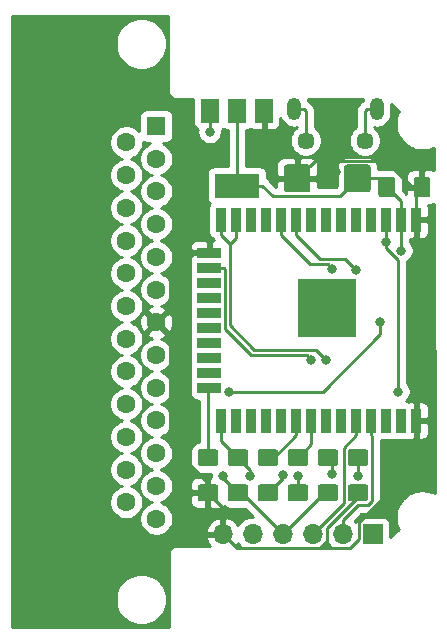
<source format=gbr>
G04 #@! TF.GenerationSoftware,KiCad,Pcbnew,(5.1.4-0-10_14)*
G04 #@! TF.CreationDate,2020-06-27T12:48:12+01:00*
G04 #@! TF.ProjectId,Informer207,496e666f-726d-4657-9232-30372e6b6963,rev?*
G04 #@! TF.SameCoordinates,Original*
G04 #@! TF.FileFunction,Copper,L1,Top*
G04 #@! TF.FilePolarity,Positive*
%FSLAX46Y46*%
G04 Gerber Fmt 4.6, Leading zero omitted, Abs format (unit mm)*
G04 Created by KiCad (PCBNEW (5.1.4-0-10_14)) date 2020-06-27 12:48:12*
%MOMM*%
%LPD*%
G04 APERTURE LIST*
%ADD10C,1.600000*%
%ADD11R,1.600000X1.600000*%
%ADD12C,0.100000*%
%ADD13C,1.425000*%
%ADD14R,1.700000X1.700000*%
%ADD15O,1.700000X1.700000*%
%ADD16C,1.450000*%
%ADD17O,1.200000X1.900000*%
%ADD18R,5.000000X5.000000*%
%ADD19R,0.900000X2.000000*%
%ADD20R,2.000000X0.900000*%
%ADD21R,3.800000X2.000000*%
%ADD22R,1.500000X2.000000*%
%ADD23C,2.250000*%
%ADD24C,0.800000*%
%ADD25C,0.250000*%
%ADD26C,0.254000*%
G04 APERTURE END LIST*
D10*
X144475200Y-120615300D03*
X144475200Y-117845300D03*
X144475200Y-115075300D03*
X144475200Y-112305300D03*
X144475200Y-109535300D03*
X144475200Y-106765300D03*
X144475200Y-103995300D03*
X144475200Y-101225300D03*
X144475200Y-98455300D03*
X144475200Y-95685300D03*
X144475200Y-92915300D03*
X144475200Y-90145300D03*
X147015200Y-122000300D03*
X147015200Y-119230300D03*
X147015200Y-116460300D03*
X147015200Y-113690300D03*
X147015200Y-110920300D03*
X147015200Y-108150300D03*
X147015200Y-105380300D03*
X147015200Y-102610300D03*
X147015200Y-99840300D03*
X147015200Y-97070300D03*
X147015200Y-94300300D03*
X147015200Y-91530300D03*
D11*
X147015200Y-88760300D03*
D12*
G36*
X169993904Y-93055404D02*
G01*
X170018173Y-93059004D01*
X170041971Y-93064965D01*
X170065071Y-93073230D01*
X170087249Y-93083720D01*
X170108293Y-93096333D01*
X170127998Y-93110947D01*
X170146177Y-93127423D01*
X170162653Y-93145602D01*
X170177267Y-93165307D01*
X170189880Y-93186351D01*
X170200370Y-93208529D01*
X170208635Y-93231629D01*
X170214596Y-93255427D01*
X170218196Y-93279696D01*
X170219400Y-93304200D01*
X170219400Y-94554200D01*
X170218196Y-94578704D01*
X170214596Y-94602973D01*
X170208635Y-94626771D01*
X170200370Y-94649871D01*
X170189880Y-94672049D01*
X170177267Y-94693093D01*
X170162653Y-94712798D01*
X170146177Y-94730977D01*
X170127998Y-94747453D01*
X170108293Y-94762067D01*
X170087249Y-94774680D01*
X170065071Y-94785170D01*
X170041971Y-94793435D01*
X170018173Y-94799396D01*
X169993904Y-94802996D01*
X169969400Y-94804200D01*
X169044400Y-94804200D01*
X169019896Y-94802996D01*
X168995627Y-94799396D01*
X168971829Y-94793435D01*
X168948729Y-94785170D01*
X168926551Y-94774680D01*
X168905507Y-94762067D01*
X168885802Y-94747453D01*
X168867623Y-94730977D01*
X168851147Y-94712798D01*
X168836533Y-94693093D01*
X168823920Y-94672049D01*
X168813430Y-94649871D01*
X168805165Y-94626771D01*
X168799204Y-94602973D01*
X168795604Y-94578704D01*
X168794400Y-94554200D01*
X168794400Y-93304200D01*
X168795604Y-93279696D01*
X168799204Y-93255427D01*
X168805165Y-93231629D01*
X168813430Y-93208529D01*
X168823920Y-93186351D01*
X168836533Y-93165307D01*
X168851147Y-93145602D01*
X168867623Y-93127423D01*
X168885802Y-93110947D01*
X168905507Y-93096333D01*
X168926551Y-93083720D01*
X168948729Y-93073230D01*
X168971829Y-93064965D01*
X168995627Y-93059004D01*
X169019896Y-93055404D01*
X169044400Y-93054200D01*
X169969400Y-93054200D01*
X169993904Y-93055404D01*
X169993904Y-93055404D01*
G37*
D13*
X169506900Y-93929200D03*
D12*
G36*
X167018904Y-93055404D02*
G01*
X167043173Y-93059004D01*
X167066971Y-93064965D01*
X167090071Y-93073230D01*
X167112249Y-93083720D01*
X167133293Y-93096333D01*
X167152998Y-93110947D01*
X167171177Y-93127423D01*
X167187653Y-93145602D01*
X167202267Y-93165307D01*
X167214880Y-93186351D01*
X167225370Y-93208529D01*
X167233635Y-93231629D01*
X167239596Y-93255427D01*
X167243196Y-93279696D01*
X167244400Y-93304200D01*
X167244400Y-94554200D01*
X167243196Y-94578704D01*
X167239596Y-94602973D01*
X167233635Y-94626771D01*
X167225370Y-94649871D01*
X167214880Y-94672049D01*
X167202267Y-94693093D01*
X167187653Y-94712798D01*
X167171177Y-94730977D01*
X167152998Y-94747453D01*
X167133293Y-94762067D01*
X167112249Y-94774680D01*
X167090071Y-94785170D01*
X167066971Y-94793435D01*
X167043173Y-94799396D01*
X167018904Y-94802996D01*
X166994400Y-94804200D01*
X166069400Y-94804200D01*
X166044896Y-94802996D01*
X166020627Y-94799396D01*
X165996829Y-94793435D01*
X165973729Y-94785170D01*
X165951551Y-94774680D01*
X165930507Y-94762067D01*
X165910802Y-94747453D01*
X165892623Y-94730977D01*
X165876147Y-94712798D01*
X165861533Y-94693093D01*
X165848920Y-94672049D01*
X165838430Y-94649871D01*
X165830165Y-94626771D01*
X165824204Y-94602973D01*
X165820604Y-94578704D01*
X165819400Y-94554200D01*
X165819400Y-93304200D01*
X165820604Y-93279696D01*
X165824204Y-93255427D01*
X165830165Y-93231629D01*
X165838430Y-93208529D01*
X165848920Y-93186351D01*
X165861533Y-93165307D01*
X165876147Y-93145602D01*
X165892623Y-93127423D01*
X165910802Y-93110947D01*
X165930507Y-93096333D01*
X165951551Y-93083720D01*
X165973729Y-93073230D01*
X165996829Y-93064965D01*
X166020627Y-93059004D01*
X166044896Y-93055404D01*
X166069400Y-93054200D01*
X166994400Y-93054200D01*
X167018904Y-93055404D01*
X167018904Y-93055404D01*
G37*
D13*
X166531900Y-93929200D03*
D14*
X165354000Y-123317000D03*
D15*
X162814000Y-123317000D03*
X160274000Y-123317000D03*
X157734000Y-123317000D03*
X155194000Y-123317000D03*
X152654000Y-123317000D03*
D16*
X159679000Y-90006900D03*
X164679000Y-90006900D03*
D17*
X158679000Y-87306900D03*
X165679000Y-87306900D03*
D12*
G36*
X162193504Y-116128704D02*
G01*
X162217773Y-116132304D01*
X162241571Y-116138265D01*
X162264671Y-116146530D01*
X162286849Y-116157020D01*
X162307893Y-116169633D01*
X162327598Y-116184247D01*
X162345777Y-116200723D01*
X162362253Y-116218902D01*
X162376867Y-116238607D01*
X162389480Y-116259651D01*
X162399970Y-116281829D01*
X162408235Y-116304929D01*
X162414196Y-116328727D01*
X162417796Y-116352996D01*
X162419000Y-116377500D01*
X162419000Y-117302500D01*
X162417796Y-117327004D01*
X162414196Y-117351273D01*
X162408235Y-117375071D01*
X162399970Y-117398171D01*
X162389480Y-117420349D01*
X162376867Y-117441393D01*
X162362253Y-117461098D01*
X162345777Y-117479277D01*
X162327598Y-117495753D01*
X162307893Y-117510367D01*
X162286849Y-117522980D01*
X162264671Y-117533470D01*
X162241571Y-117541735D01*
X162217773Y-117547696D01*
X162193504Y-117551296D01*
X162169000Y-117552500D01*
X160919000Y-117552500D01*
X160894496Y-117551296D01*
X160870227Y-117547696D01*
X160846429Y-117541735D01*
X160823329Y-117533470D01*
X160801151Y-117522980D01*
X160780107Y-117510367D01*
X160760402Y-117495753D01*
X160742223Y-117479277D01*
X160725747Y-117461098D01*
X160711133Y-117441393D01*
X160698520Y-117420349D01*
X160688030Y-117398171D01*
X160679765Y-117375071D01*
X160673804Y-117351273D01*
X160670204Y-117327004D01*
X160669000Y-117302500D01*
X160669000Y-116377500D01*
X160670204Y-116352996D01*
X160673804Y-116328727D01*
X160679765Y-116304929D01*
X160688030Y-116281829D01*
X160698520Y-116259651D01*
X160711133Y-116238607D01*
X160725747Y-116218902D01*
X160742223Y-116200723D01*
X160760402Y-116184247D01*
X160780107Y-116169633D01*
X160801151Y-116157020D01*
X160823329Y-116146530D01*
X160846429Y-116138265D01*
X160870227Y-116132304D01*
X160894496Y-116128704D01*
X160919000Y-116127500D01*
X162169000Y-116127500D01*
X162193504Y-116128704D01*
X162193504Y-116128704D01*
G37*
D13*
X161544000Y-116840000D03*
D12*
G36*
X162193504Y-119103704D02*
G01*
X162217773Y-119107304D01*
X162241571Y-119113265D01*
X162264671Y-119121530D01*
X162286849Y-119132020D01*
X162307893Y-119144633D01*
X162327598Y-119159247D01*
X162345777Y-119175723D01*
X162362253Y-119193902D01*
X162376867Y-119213607D01*
X162389480Y-119234651D01*
X162399970Y-119256829D01*
X162408235Y-119279929D01*
X162414196Y-119303727D01*
X162417796Y-119327996D01*
X162419000Y-119352500D01*
X162419000Y-120277500D01*
X162417796Y-120302004D01*
X162414196Y-120326273D01*
X162408235Y-120350071D01*
X162399970Y-120373171D01*
X162389480Y-120395349D01*
X162376867Y-120416393D01*
X162362253Y-120436098D01*
X162345777Y-120454277D01*
X162327598Y-120470753D01*
X162307893Y-120485367D01*
X162286849Y-120497980D01*
X162264671Y-120508470D01*
X162241571Y-120516735D01*
X162217773Y-120522696D01*
X162193504Y-120526296D01*
X162169000Y-120527500D01*
X160919000Y-120527500D01*
X160894496Y-120526296D01*
X160870227Y-120522696D01*
X160846429Y-120516735D01*
X160823329Y-120508470D01*
X160801151Y-120497980D01*
X160780107Y-120485367D01*
X160760402Y-120470753D01*
X160742223Y-120454277D01*
X160725747Y-120436098D01*
X160711133Y-120416393D01*
X160698520Y-120395349D01*
X160688030Y-120373171D01*
X160679765Y-120350071D01*
X160673804Y-120326273D01*
X160670204Y-120302004D01*
X160669000Y-120277500D01*
X160669000Y-119352500D01*
X160670204Y-119327996D01*
X160673804Y-119303727D01*
X160679765Y-119279929D01*
X160688030Y-119256829D01*
X160698520Y-119234651D01*
X160711133Y-119213607D01*
X160725747Y-119193902D01*
X160742223Y-119175723D01*
X160760402Y-119159247D01*
X160780107Y-119144633D01*
X160801151Y-119132020D01*
X160823329Y-119121530D01*
X160846429Y-119113265D01*
X160870227Y-119107304D01*
X160894496Y-119103704D01*
X160919000Y-119102500D01*
X162169000Y-119102500D01*
X162193504Y-119103704D01*
X162193504Y-119103704D01*
G37*
D13*
X161544000Y-119815000D03*
D12*
G36*
X154573504Y-116128704D02*
G01*
X154597773Y-116132304D01*
X154621571Y-116138265D01*
X154644671Y-116146530D01*
X154666849Y-116157020D01*
X154687893Y-116169633D01*
X154707598Y-116184247D01*
X154725777Y-116200723D01*
X154742253Y-116218902D01*
X154756867Y-116238607D01*
X154769480Y-116259651D01*
X154779970Y-116281829D01*
X154788235Y-116304929D01*
X154794196Y-116328727D01*
X154797796Y-116352996D01*
X154799000Y-116377500D01*
X154799000Y-117302500D01*
X154797796Y-117327004D01*
X154794196Y-117351273D01*
X154788235Y-117375071D01*
X154779970Y-117398171D01*
X154769480Y-117420349D01*
X154756867Y-117441393D01*
X154742253Y-117461098D01*
X154725777Y-117479277D01*
X154707598Y-117495753D01*
X154687893Y-117510367D01*
X154666849Y-117522980D01*
X154644671Y-117533470D01*
X154621571Y-117541735D01*
X154597773Y-117547696D01*
X154573504Y-117551296D01*
X154549000Y-117552500D01*
X153299000Y-117552500D01*
X153274496Y-117551296D01*
X153250227Y-117547696D01*
X153226429Y-117541735D01*
X153203329Y-117533470D01*
X153181151Y-117522980D01*
X153160107Y-117510367D01*
X153140402Y-117495753D01*
X153122223Y-117479277D01*
X153105747Y-117461098D01*
X153091133Y-117441393D01*
X153078520Y-117420349D01*
X153068030Y-117398171D01*
X153059765Y-117375071D01*
X153053804Y-117351273D01*
X153050204Y-117327004D01*
X153049000Y-117302500D01*
X153049000Y-116377500D01*
X153050204Y-116352996D01*
X153053804Y-116328727D01*
X153059765Y-116304929D01*
X153068030Y-116281829D01*
X153078520Y-116259651D01*
X153091133Y-116238607D01*
X153105747Y-116218902D01*
X153122223Y-116200723D01*
X153140402Y-116184247D01*
X153160107Y-116169633D01*
X153181151Y-116157020D01*
X153203329Y-116146530D01*
X153226429Y-116138265D01*
X153250227Y-116132304D01*
X153274496Y-116128704D01*
X153299000Y-116127500D01*
X154549000Y-116127500D01*
X154573504Y-116128704D01*
X154573504Y-116128704D01*
G37*
D13*
X153924000Y-116840000D03*
D12*
G36*
X154573504Y-119103704D02*
G01*
X154597773Y-119107304D01*
X154621571Y-119113265D01*
X154644671Y-119121530D01*
X154666849Y-119132020D01*
X154687893Y-119144633D01*
X154707598Y-119159247D01*
X154725777Y-119175723D01*
X154742253Y-119193902D01*
X154756867Y-119213607D01*
X154769480Y-119234651D01*
X154779970Y-119256829D01*
X154788235Y-119279929D01*
X154794196Y-119303727D01*
X154797796Y-119327996D01*
X154799000Y-119352500D01*
X154799000Y-120277500D01*
X154797796Y-120302004D01*
X154794196Y-120326273D01*
X154788235Y-120350071D01*
X154779970Y-120373171D01*
X154769480Y-120395349D01*
X154756867Y-120416393D01*
X154742253Y-120436098D01*
X154725777Y-120454277D01*
X154707598Y-120470753D01*
X154687893Y-120485367D01*
X154666849Y-120497980D01*
X154644671Y-120508470D01*
X154621571Y-120516735D01*
X154597773Y-120522696D01*
X154573504Y-120526296D01*
X154549000Y-120527500D01*
X153299000Y-120527500D01*
X153274496Y-120526296D01*
X153250227Y-120522696D01*
X153226429Y-120516735D01*
X153203329Y-120508470D01*
X153181151Y-120497980D01*
X153160107Y-120485367D01*
X153140402Y-120470753D01*
X153122223Y-120454277D01*
X153105747Y-120436098D01*
X153091133Y-120416393D01*
X153078520Y-120395349D01*
X153068030Y-120373171D01*
X153059765Y-120350071D01*
X153053804Y-120326273D01*
X153050204Y-120302004D01*
X153049000Y-120277500D01*
X153049000Y-119352500D01*
X153050204Y-119327996D01*
X153053804Y-119303727D01*
X153059765Y-119279929D01*
X153068030Y-119256829D01*
X153078520Y-119234651D01*
X153091133Y-119213607D01*
X153105747Y-119193902D01*
X153122223Y-119175723D01*
X153140402Y-119159247D01*
X153160107Y-119144633D01*
X153181151Y-119132020D01*
X153203329Y-119121530D01*
X153226429Y-119113265D01*
X153250227Y-119107304D01*
X153274496Y-119103704D01*
X153299000Y-119102500D01*
X154549000Y-119102500D01*
X154573504Y-119103704D01*
X154573504Y-119103704D01*
G37*
D13*
X153924000Y-119815000D03*
D12*
G36*
X152033504Y-119103704D02*
G01*
X152057773Y-119107304D01*
X152081571Y-119113265D01*
X152104671Y-119121530D01*
X152126849Y-119132020D01*
X152147893Y-119144633D01*
X152167598Y-119159247D01*
X152185777Y-119175723D01*
X152202253Y-119193902D01*
X152216867Y-119213607D01*
X152229480Y-119234651D01*
X152239970Y-119256829D01*
X152248235Y-119279929D01*
X152254196Y-119303727D01*
X152257796Y-119327996D01*
X152259000Y-119352500D01*
X152259000Y-120277500D01*
X152257796Y-120302004D01*
X152254196Y-120326273D01*
X152248235Y-120350071D01*
X152239970Y-120373171D01*
X152229480Y-120395349D01*
X152216867Y-120416393D01*
X152202253Y-120436098D01*
X152185777Y-120454277D01*
X152167598Y-120470753D01*
X152147893Y-120485367D01*
X152126849Y-120497980D01*
X152104671Y-120508470D01*
X152081571Y-120516735D01*
X152057773Y-120522696D01*
X152033504Y-120526296D01*
X152009000Y-120527500D01*
X150759000Y-120527500D01*
X150734496Y-120526296D01*
X150710227Y-120522696D01*
X150686429Y-120516735D01*
X150663329Y-120508470D01*
X150641151Y-120497980D01*
X150620107Y-120485367D01*
X150600402Y-120470753D01*
X150582223Y-120454277D01*
X150565747Y-120436098D01*
X150551133Y-120416393D01*
X150538520Y-120395349D01*
X150528030Y-120373171D01*
X150519765Y-120350071D01*
X150513804Y-120326273D01*
X150510204Y-120302004D01*
X150509000Y-120277500D01*
X150509000Y-119352500D01*
X150510204Y-119327996D01*
X150513804Y-119303727D01*
X150519765Y-119279929D01*
X150528030Y-119256829D01*
X150538520Y-119234651D01*
X150551133Y-119213607D01*
X150565747Y-119193902D01*
X150582223Y-119175723D01*
X150600402Y-119159247D01*
X150620107Y-119144633D01*
X150641151Y-119132020D01*
X150663329Y-119121530D01*
X150686429Y-119113265D01*
X150710227Y-119107304D01*
X150734496Y-119103704D01*
X150759000Y-119102500D01*
X152009000Y-119102500D01*
X152033504Y-119103704D01*
X152033504Y-119103704D01*
G37*
D13*
X151384000Y-119815000D03*
D12*
G36*
X152033504Y-116128704D02*
G01*
X152057773Y-116132304D01*
X152081571Y-116138265D01*
X152104671Y-116146530D01*
X152126849Y-116157020D01*
X152147893Y-116169633D01*
X152167598Y-116184247D01*
X152185777Y-116200723D01*
X152202253Y-116218902D01*
X152216867Y-116238607D01*
X152229480Y-116259651D01*
X152239970Y-116281829D01*
X152248235Y-116304929D01*
X152254196Y-116328727D01*
X152257796Y-116352996D01*
X152259000Y-116377500D01*
X152259000Y-117302500D01*
X152257796Y-117327004D01*
X152254196Y-117351273D01*
X152248235Y-117375071D01*
X152239970Y-117398171D01*
X152229480Y-117420349D01*
X152216867Y-117441393D01*
X152202253Y-117461098D01*
X152185777Y-117479277D01*
X152167598Y-117495753D01*
X152147893Y-117510367D01*
X152126849Y-117522980D01*
X152104671Y-117533470D01*
X152081571Y-117541735D01*
X152057773Y-117547696D01*
X152033504Y-117551296D01*
X152009000Y-117552500D01*
X150759000Y-117552500D01*
X150734496Y-117551296D01*
X150710227Y-117547696D01*
X150686429Y-117541735D01*
X150663329Y-117533470D01*
X150641151Y-117522980D01*
X150620107Y-117510367D01*
X150600402Y-117495753D01*
X150582223Y-117479277D01*
X150565747Y-117461098D01*
X150551133Y-117441393D01*
X150538520Y-117420349D01*
X150528030Y-117398171D01*
X150519765Y-117375071D01*
X150513804Y-117351273D01*
X150510204Y-117327004D01*
X150509000Y-117302500D01*
X150509000Y-116377500D01*
X150510204Y-116352996D01*
X150513804Y-116328727D01*
X150519765Y-116304929D01*
X150528030Y-116281829D01*
X150538520Y-116259651D01*
X150551133Y-116238607D01*
X150565747Y-116218902D01*
X150582223Y-116200723D01*
X150600402Y-116184247D01*
X150620107Y-116169633D01*
X150641151Y-116157020D01*
X150663329Y-116146530D01*
X150686429Y-116138265D01*
X150710227Y-116132304D01*
X150734496Y-116128704D01*
X150759000Y-116127500D01*
X152009000Y-116127500D01*
X152033504Y-116128704D01*
X152033504Y-116128704D01*
G37*
D13*
X151384000Y-116840000D03*
D12*
G36*
X159653504Y-116128704D02*
G01*
X159677773Y-116132304D01*
X159701571Y-116138265D01*
X159724671Y-116146530D01*
X159746849Y-116157020D01*
X159767893Y-116169633D01*
X159787598Y-116184247D01*
X159805777Y-116200723D01*
X159822253Y-116218902D01*
X159836867Y-116238607D01*
X159849480Y-116259651D01*
X159859970Y-116281829D01*
X159868235Y-116304929D01*
X159874196Y-116328727D01*
X159877796Y-116352996D01*
X159879000Y-116377500D01*
X159879000Y-117302500D01*
X159877796Y-117327004D01*
X159874196Y-117351273D01*
X159868235Y-117375071D01*
X159859970Y-117398171D01*
X159849480Y-117420349D01*
X159836867Y-117441393D01*
X159822253Y-117461098D01*
X159805777Y-117479277D01*
X159787598Y-117495753D01*
X159767893Y-117510367D01*
X159746849Y-117522980D01*
X159724671Y-117533470D01*
X159701571Y-117541735D01*
X159677773Y-117547696D01*
X159653504Y-117551296D01*
X159629000Y-117552500D01*
X158379000Y-117552500D01*
X158354496Y-117551296D01*
X158330227Y-117547696D01*
X158306429Y-117541735D01*
X158283329Y-117533470D01*
X158261151Y-117522980D01*
X158240107Y-117510367D01*
X158220402Y-117495753D01*
X158202223Y-117479277D01*
X158185747Y-117461098D01*
X158171133Y-117441393D01*
X158158520Y-117420349D01*
X158148030Y-117398171D01*
X158139765Y-117375071D01*
X158133804Y-117351273D01*
X158130204Y-117327004D01*
X158129000Y-117302500D01*
X158129000Y-116377500D01*
X158130204Y-116352996D01*
X158133804Y-116328727D01*
X158139765Y-116304929D01*
X158148030Y-116281829D01*
X158158520Y-116259651D01*
X158171133Y-116238607D01*
X158185747Y-116218902D01*
X158202223Y-116200723D01*
X158220402Y-116184247D01*
X158240107Y-116169633D01*
X158261151Y-116157020D01*
X158283329Y-116146530D01*
X158306429Y-116138265D01*
X158330227Y-116132304D01*
X158354496Y-116128704D01*
X158379000Y-116127500D01*
X159629000Y-116127500D01*
X159653504Y-116128704D01*
X159653504Y-116128704D01*
G37*
D13*
X159004000Y-116840000D03*
D12*
G36*
X159653504Y-119103704D02*
G01*
X159677773Y-119107304D01*
X159701571Y-119113265D01*
X159724671Y-119121530D01*
X159746849Y-119132020D01*
X159767893Y-119144633D01*
X159787598Y-119159247D01*
X159805777Y-119175723D01*
X159822253Y-119193902D01*
X159836867Y-119213607D01*
X159849480Y-119234651D01*
X159859970Y-119256829D01*
X159868235Y-119279929D01*
X159874196Y-119303727D01*
X159877796Y-119327996D01*
X159879000Y-119352500D01*
X159879000Y-120277500D01*
X159877796Y-120302004D01*
X159874196Y-120326273D01*
X159868235Y-120350071D01*
X159859970Y-120373171D01*
X159849480Y-120395349D01*
X159836867Y-120416393D01*
X159822253Y-120436098D01*
X159805777Y-120454277D01*
X159787598Y-120470753D01*
X159767893Y-120485367D01*
X159746849Y-120497980D01*
X159724671Y-120508470D01*
X159701571Y-120516735D01*
X159677773Y-120522696D01*
X159653504Y-120526296D01*
X159629000Y-120527500D01*
X158379000Y-120527500D01*
X158354496Y-120526296D01*
X158330227Y-120522696D01*
X158306429Y-120516735D01*
X158283329Y-120508470D01*
X158261151Y-120497980D01*
X158240107Y-120485367D01*
X158220402Y-120470753D01*
X158202223Y-120454277D01*
X158185747Y-120436098D01*
X158171133Y-120416393D01*
X158158520Y-120395349D01*
X158148030Y-120373171D01*
X158139765Y-120350071D01*
X158133804Y-120326273D01*
X158130204Y-120302004D01*
X158129000Y-120277500D01*
X158129000Y-119352500D01*
X158130204Y-119327996D01*
X158133804Y-119303727D01*
X158139765Y-119279929D01*
X158148030Y-119256829D01*
X158158520Y-119234651D01*
X158171133Y-119213607D01*
X158185747Y-119193902D01*
X158202223Y-119175723D01*
X158220402Y-119159247D01*
X158240107Y-119144633D01*
X158261151Y-119132020D01*
X158283329Y-119121530D01*
X158306429Y-119113265D01*
X158330227Y-119107304D01*
X158354496Y-119103704D01*
X158379000Y-119102500D01*
X159629000Y-119102500D01*
X159653504Y-119103704D01*
X159653504Y-119103704D01*
G37*
D13*
X159004000Y-119815000D03*
D12*
G36*
X157113504Y-119103704D02*
G01*
X157137773Y-119107304D01*
X157161571Y-119113265D01*
X157184671Y-119121530D01*
X157206849Y-119132020D01*
X157227893Y-119144633D01*
X157247598Y-119159247D01*
X157265777Y-119175723D01*
X157282253Y-119193902D01*
X157296867Y-119213607D01*
X157309480Y-119234651D01*
X157319970Y-119256829D01*
X157328235Y-119279929D01*
X157334196Y-119303727D01*
X157337796Y-119327996D01*
X157339000Y-119352500D01*
X157339000Y-120277500D01*
X157337796Y-120302004D01*
X157334196Y-120326273D01*
X157328235Y-120350071D01*
X157319970Y-120373171D01*
X157309480Y-120395349D01*
X157296867Y-120416393D01*
X157282253Y-120436098D01*
X157265777Y-120454277D01*
X157247598Y-120470753D01*
X157227893Y-120485367D01*
X157206849Y-120497980D01*
X157184671Y-120508470D01*
X157161571Y-120516735D01*
X157137773Y-120522696D01*
X157113504Y-120526296D01*
X157089000Y-120527500D01*
X155839000Y-120527500D01*
X155814496Y-120526296D01*
X155790227Y-120522696D01*
X155766429Y-120516735D01*
X155743329Y-120508470D01*
X155721151Y-120497980D01*
X155700107Y-120485367D01*
X155680402Y-120470753D01*
X155662223Y-120454277D01*
X155645747Y-120436098D01*
X155631133Y-120416393D01*
X155618520Y-120395349D01*
X155608030Y-120373171D01*
X155599765Y-120350071D01*
X155593804Y-120326273D01*
X155590204Y-120302004D01*
X155589000Y-120277500D01*
X155589000Y-119352500D01*
X155590204Y-119327996D01*
X155593804Y-119303727D01*
X155599765Y-119279929D01*
X155608030Y-119256829D01*
X155618520Y-119234651D01*
X155631133Y-119213607D01*
X155645747Y-119193902D01*
X155662223Y-119175723D01*
X155680402Y-119159247D01*
X155700107Y-119144633D01*
X155721151Y-119132020D01*
X155743329Y-119121530D01*
X155766429Y-119113265D01*
X155790227Y-119107304D01*
X155814496Y-119103704D01*
X155839000Y-119102500D01*
X157089000Y-119102500D01*
X157113504Y-119103704D01*
X157113504Y-119103704D01*
G37*
D13*
X156464000Y-119815000D03*
D12*
G36*
X157113504Y-116128704D02*
G01*
X157137773Y-116132304D01*
X157161571Y-116138265D01*
X157184671Y-116146530D01*
X157206849Y-116157020D01*
X157227893Y-116169633D01*
X157247598Y-116184247D01*
X157265777Y-116200723D01*
X157282253Y-116218902D01*
X157296867Y-116238607D01*
X157309480Y-116259651D01*
X157319970Y-116281829D01*
X157328235Y-116304929D01*
X157334196Y-116328727D01*
X157337796Y-116352996D01*
X157339000Y-116377500D01*
X157339000Y-117302500D01*
X157337796Y-117327004D01*
X157334196Y-117351273D01*
X157328235Y-117375071D01*
X157319970Y-117398171D01*
X157309480Y-117420349D01*
X157296867Y-117441393D01*
X157282253Y-117461098D01*
X157265777Y-117479277D01*
X157247598Y-117495753D01*
X157227893Y-117510367D01*
X157206849Y-117522980D01*
X157184671Y-117533470D01*
X157161571Y-117541735D01*
X157137773Y-117547696D01*
X157113504Y-117551296D01*
X157089000Y-117552500D01*
X155839000Y-117552500D01*
X155814496Y-117551296D01*
X155790227Y-117547696D01*
X155766429Y-117541735D01*
X155743329Y-117533470D01*
X155721151Y-117522980D01*
X155700107Y-117510367D01*
X155680402Y-117495753D01*
X155662223Y-117479277D01*
X155645747Y-117461098D01*
X155631133Y-117441393D01*
X155618520Y-117420349D01*
X155608030Y-117398171D01*
X155599765Y-117375071D01*
X155593804Y-117351273D01*
X155590204Y-117327004D01*
X155589000Y-117302500D01*
X155589000Y-116377500D01*
X155590204Y-116352996D01*
X155593804Y-116328727D01*
X155599765Y-116304929D01*
X155608030Y-116281829D01*
X155618520Y-116259651D01*
X155631133Y-116238607D01*
X155645747Y-116218902D01*
X155662223Y-116200723D01*
X155680402Y-116184247D01*
X155700107Y-116169633D01*
X155721151Y-116157020D01*
X155743329Y-116146530D01*
X155766429Y-116138265D01*
X155790227Y-116132304D01*
X155814496Y-116128704D01*
X155839000Y-116127500D01*
X157089000Y-116127500D01*
X157113504Y-116128704D01*
X157113504Y-116128704D01*
G37*
D13*
X156464000Y-116840000D03*
D12*
G36*
X164733504Y-119103704D02*
G01*
X164757773Y-119107304D01*
X164781571Y-119113265D01*
X164804671Y-119121530D01*
X164826849Y-119132020D01*
X164847893Y-119144633D01*
X164867598Y-119159247D01*
X164885777Y-119175723D01*
X164902253Y-119193902D01*
X164916867Y-119213607D01*
X164929480Y-119234651D01*
X164939970Y-119256829D01*
X164948235Y-119279929D01*
X164954196Y-119303727D01*
X164957796Y-119327996D01*
X164959000Y-119352500D01*
X164959000Y-120277500D01*
X164957796Y-120302004D01*
X164954196Y-120326273D01*
X164948235Y-120350071D01*
X164939970Y-120373171D01*
X164929480Y-120395349D01*
X164916867Y-120416393D01*
X164902253Y-120436098D01*
X164885777Y-120454277D01*
X164867598Y-120470753D01*
X164847893Y-120485367D01*
X164826849Y-120497980D01*
X164804671Y-120508470D01*
X164781571Y-120516735D01*
X164757773Y-120522696D01*
X164733504Y-120526296D01*
X164709000Y-120527500D01*
X163459000Y-120527500D01*
X163434496Y-120526296D01*
X163410227Y-120522696D01*
X163386429Y-120516735D01*
X163363329Y-120508470D01*
X163341151Y-120497980D01*
X163320107Y-120485367D01*
X163300402Y-120470753D01*
X163282223Y-120454277D01*
X163265747Y-120436098D01*
X163251133Y-120416393D01*
X163238520Y-120395349D01*
X163228030Y-120373171D01*
X163219765Y-120350071D01*
X163213804Y-120326273D01*
X163210204Y-120302004D01*
X163209000Y-120277500D01*
X163209000Y-119352500D01*
X163210204Y-119327996D01*
X163213804Y-119303727D01*
X163219765Y-119279929D01*
X163228030Y-119256829D01*
X163238520Y-119234651D01*
X163251133Y-119213607D01*
X163265747Y-119193902D01*
X163282223Y-119175723D01*
X163300402Y-119159247D01*
X163320107Y-119144633D01*
X163341151Y-119132020D01*
X163363329Y-119121530D01*
X163386429Y-119113265D01*
X163410227Y-119107304D01*
X163434496Y-119103704D01*
X163459000Y-119102500D01*
X164709000Y-119102500D01*
X164733504Y-119103704D01*
X164733504Y-119103704D01*
G37*
D13*
X164084000Y-119815000D03*
D12*
G36*
X164733504Y-116128704D02*
G01*
X164757773Y-116132304D01*
X164781571Y-116138265D01*
X164804671Y-116146530D01*
X164826849Y-116157020D01*
X164847893Y-116169633D01*
X164867598Y-116184247D01*
X164885777Y-116200723D01*
X164902253Y-116218902D01*
X164916867Y-116238607D01*
X164929480Y-116259651D01*
X164939970Y-116281829D01*
X164948235Y-116304929D01*
X164954196Y-116328727D01*
X164957796Y-116352996D01*
X164959000Y-116377500D01*
X164959000Y-117302500D01*
X164957796Y-117327004D01*
X164954196Y-117351273D01*
X164948235Y-117375071D01*
X164939970Y-117398171D01*
X164929480Y-117420349D01*
X164916867Y-117441393D01*
X164902253Y-117461098D01*
X164885777Y-117479277D01*
X164867598Y-117495753D01*
X164847893Y-117510367D01*
X164826849Y-117522980D01*
X164804671Y-117533470D01*
X164781571Y-117541735D01*
X164757773Y-117547696D01*
X164733504Y-117551296D01*
X164709000Y-117552500D01*
X163459000Y-117552500D01*
X163434496Y-117551296D01*
X163410227Y-117547696D01*
X163386429Y-117541735D01*
X163363329Y-117533470D01*
X163341151Y-117522980D01*
X163320107Y-117510367D01*
X163300402Y-117495753D01*
X163282223Y-117479277D01*
X163265747Y-117461098D01*
X163251133Y-117441393D01*
X163238520Y-117420349D01*
X163228030Y-117398171D01*
X163219765Y-117375071D01*
X163213804Y-117351273D01*
X163210204Y-117327004D01*
X163209000Y-117302500D01*
X163209000Y-116377500D01*
X163210204Y-116352996D01*
X163213804Y-116328727D01*
X163219765Y-116304929D01*
X163228030Y-116281829D01*
X163238520Y-116259651D01*
X163251133Y-116238607D01*
X163265747Y-116218902D01*
X163282223Y-116200723D01*
X163300402Y-116184247D01*
X163320107Y-116169633D01*
X163341151Y-116157020D01*
X163363329Y-116146530D01*
X163386429Y-116138265D01*
X163410227Y-116132304D01*
X163434496Y-116128704D01*
X163459000Y-116127500D01*
X164709000Y-116127500D01*
X164733504Y-116128704D01*
X164733504Y-116128704D01*
G37*
D13*
X164084000Y-116840000D03*
D18*
X161508300Y-104206800D03*
D19*
X169008300Y-96706800D03*
X167738300Y-96706800D03*
X166468300Y-96706800D03*
X165198300Y-96706800D03*
X163928300Y-96706800D03*
X162658300Y-96706800D03*
X161388300Y-96706800D03*
X160118300Y-96706800D03*
X158848300Y-96706800D03*
X157578300Y-96706800D03*
X156308300Y-96706800D03*
X155038300Y-96706800D03*
X153768300Y-96706800D03*
X152498300Y-96706800D03*
D20*
X151498300Y-99491800D03*
X151498300Y-100761800D03*
X151498300Y-102031800D03*
X151498300Y-103301800D03*
X151498300Y-104571800D03*
X151498300Y-105841800D03*
X151498300Y-107111800D03*
X151498300Y-108381800D03*
X151498300Y-109651800D03*
X151498300Y-110921800D03*
D19*
X152498300Y-113706800D03*
X153768300Y-113706800D03*
X155038300Y-113706800D03*
X156308300Y-113706800D03*
X157578300Y-113706800D03*
X158848300Y-113706800D03*
X160118300Y-113706800D03*
X161388300Y-113706800D03*
X162658300Y-113706800D03*
X163928300Y-113706800D03*
X165198300Y-113706800D03*
X166468300Y-113706800D03*
X167738300Y-113706800D03*
X169008300Y-113706800D03*
D21*
X153835100Y-93802200D03*
D22*
X153835100Y-87502200D03*
X151535100Y-87502200D03*
X156135100Y-87502200D03*
D12*
G36*
X164940005Y-92018804D02*
G01*
X164964273Y-92022404D01*
X164988072Y-92028365D01*
X165011171Y-92036630D01*
X165033350Y-92047120D01*
X165054393Y-92059732D01*
X165074099Y-92074347D01*
X165092277Y-92090823D01*
X165108753Y-92109001D01*
X165123368Y-92128707D01*
X165135980Y-92149750D01*
X165146470Y-92171929D01*
X165154735Y-92195028D01*
X165160696Y-92218827D01*
X165164296Y-92243095D01*
X165165500Y-92267599D01*
X165165500Y-94117601D01*
X165164296Y-94142105D01*
X165160696Y-94166373D01*
X165154735Y-94190172D01*
X165146470Y-94213271D01*
X165135980Y-94235450D01*
X165123368Y-94256493D01*
X165108753Y-94276199D01*
X165092277Y-94294377D01*
X165074099Y-94310853D01*
X165054393Y-94325468D01*
X165033350Y-94338080D01*
X165011171Y-94348570D01*
X164988072Y-94356835D01*
X164964273Y-94362796D01*
X164940005Y-94366396D01*
X164915501Y-94367600D01*
X163165499Y-94367600D01*
X163140995Y-94366396D01*
X163116727Y-94362796D01*
X163092928Y-94356835D01*
X163069829Y-94348570D01*
X163047650Y-94338080D01*
X163026607Y-94325468D01*
X163006901Y-94310853D01*
X162988723Y-94294377D01*
X162972247Y-94276199D01*
X162957632Y-94256493D01*
X162945020Y-94235450D01*
X162934530Y-94213271D01*
X162926265Y-94190172D01*
X162920304Y-94166373D01*
X162916704Y-94142105D01*
X162915500Y-94117601D01*
X162915500Y-92267599D01*
X162916704Y-92243095D01*
X162920304Y-92218827D01*
X162926265Y-92195028D01*
X162934530Y-92171929D01*
X162945020Y-92149750D01*
X162957632Y-92128707D01*
X162972247Y-92109001D01*
X162988723Y-92090823D01*
X163006901Y-92074347D01*
X163026607Y-92059732D01*
X163047650Y-92047120D01*
X163069829Y-92036630D01*
X163092928Y-92028365D01*
X163116727Y-92022404D01*
X163140995Y-92018804D01*
X163165499Y-92017600D01*
X164915501Y-92017600D01*
X164940005Y-92018804D01*
X164940005Y-92018804D01*
G37*
D23*
X164040500Y-93192600D03*
D12*
G36*
X159840005Y-92018804D02*
G01*
X159864273Y-92022404D01*
X159888072Y-92028365D01*
X159911171Y-92036630D01*
X159933350Y-92047120D01*
X159954393Y-92059732D01*
X159974099Y-92074347D01*
X159992277Y-92090823D01*
X160008753Y-92109001D01*
X160023368Y-92128707D01*
X160035980Y-92149750D01*
X160046470Y-92171929D01*
X160054735Y-92195028D01*
X160060696Y-92218827D01*
X160064296Y-92243095D01*
X160065500Y-92267599D01*
X160065500Y-94117601D01*
X160064296Y-94142105D01*
X160060696Y-94166373D01*
X160054735Y-94190172D01*
X160046470Y-94213271D01*
X160035980Y-94235450D01*
X160023368Y-94256493D01*
X160008753Y-94276199D01*
X159992277Y-94294377D01*
X159974099Y-94310853D01*
X159954393Y-94325468D01*
X159933350Y-94338080D01*
X159911171Y-94348570D01*
X159888072Y-94356835D01*
X159864273Y-94362796D01*
X159840005Y-94366396D01*
X159815501Y-94367600D01*
X158065499Y-94367600D01*
X158040995Y-94366396D01*
X158016727Y-94362796D01*
X157992928Y-94356835D01*
X157969829Y-94348570D01*
X157947650Y-94338080D01*
X157926607Y-94325468D01*
X157906901Y-94310853D01*
X157888723Y-94294377D01*
X157872247Y-94276199D01*
X157857632Y-94256493D01*
X157845020Y-94235450D01*
X157834530Y-94213271D01*
X157826265Y-94190172D01*
X157820304Y-94166373D01*
X157816704Y-94142105D01*
X157815500Y-94117601D01*
X157815500Y-92267599D01*
X157816704Y-92243095D01*
X157820304Y-92218827D01*
X157826265Y-92195028D01*
X157834530Y-92171929D01*
X157845020Y-92149750D01*
X157857632Y-92128707D01*
X157872247Y-92109001D01*
X157888723Y-92090823D01*
X157906901Y-92074347D01*
X157926607Y-92059732D01*
X157947650Y-92047120D01*
X157969829Y-92036630D01*
X157992928Y-92028365D01*
X158016727Y-92022404D01*
X158040995Y-92018804D01*
X158065499Y-92017600D01*
X159815501Y-92017600D01*
X159840005Y-92018804D01*
X159840005Y-92018804D01*
G37*
D23*
X158940500Y-93192600D03*
D24*
X152654000Y-118364000D03*
X167767000Y-99314000D03*
X153162000Y-111252000D03*
X165938200Y-105359200D03*
X162210750Y-92678250D03*
X159004000Y-118364000D03*
X157734000Y-118325900D03*
X164084000Y-118364000D03*
X151536400Y-89255600D03*
X166497000Y-98552000D03*
X167513000Y-111252000D03*
X161925000Y-118237000D03*
X154940000Y-118364000D03*
X163943320Y-100978680D03*
X161925000Y-100838000D03*
X161417000Y-108585000D03*
X160147000Y-108585000D03*
D25*
X161236000Y-119815000D02*
X161544000Y-119815000D01*
X157734000Y-123317000D02*
X161236000Y-119815000D01*
X154232000Y-119815000D02*
X153924000Y-119815000D01*
X157734000Y-123317000D02*
X154232000Y-119815000D01*
X152654000Y-118545000D02*
X153924000Y-119815000D01*
X152654000Y-118364000D02*
X152654000Y-118545000D01*
X167767000Y-96735500D02*
X167738300Y-96706800D01*
X167767000Y-99314000D02*
X167767000Y-96735500D01*
X153835100Y-93802200D02*
X153835100Y-87502200D01*
X161093002Y-111252000D02*
X165938200Y-106406802D01*
X153162000Y-111252000D02*
X161093002Y-111252000D01*
X165938200Y-106406802D02*
X165938200Y-105359200D01*
X165795300Y-93192600D02*
X166531900Y-93929200D01*
X164040500Y-93192600D02*
X165795300Y-93192600D01*
X167738300Y-95135600D02*
X167738300Y-96706800D01*
X166531900Y-93929200D02*
X167738300Y-95135600D01*
X162895003Y-94338097D02*
X164040500Y-93192600D01*
X162540490Y-94692610D02*
X162895003Y-94338097D01*
X156875510Y-94692610D02*
X162540490Y-94692610D01*
X155985100Y-93802200D02*
X156875510Y-94692610D01*
X153835100Y-93802200D02*
X155985100Y-93802200D01*
X152654000Y-121085000D02*
X151384000Y-119815000D01*
X152654000Y-123317000D02*
X152654000Y-121085000D01*
X161449001Y-122778409D02*
X164084000Y-120143410D01*
X164084000Y-120143410D02*
X164084000Y-119815000D01*
X161449001Y-123881001D02*
X161449001Y-122778409D01*
X160838001Y-124492001D02*
X161449001Y-123881001D01*
X153829001Y-124492001D02*
X160838001Y-124492001D01*
X148140201Y-106505301D02*
X147815199Y-106180299D01*
X147815199Y-106180299D02*
X147015200Y-105380300D01*
X148140201Y-115758701D02*
X148140201Y-106505301D01*
X151384000Y-119002500D02*
X148140201Y-115758701D01*
X151384000Y-119815000D02*
X151384000Y-119002500D01*
X150248300Y-99491800D02*
X151498300Y-99491800D01*
X148140201Y-101599899D02*
X150248300Y-99491800D01*
X148140201Y-104255299D02*
X148140201Y-101599899D01*
X147015200Y-105380300D02*
X148140201Y-104255299D01*
X153503999Y-124166999D02*
X152654000Y-123317000D01*
X153829001Y-124492001D02*
X153503999Y-124166999D01*
X169008300Y-113706800D02*
X169008300Y-96706800D01*
X169008300Y-114956800D02*
X169008300Y-113706800D01*
X164178999Y-122257101D02*
X169008300Y-117427800D01*
X164178999Y-123691003D02*
X164178999Y-122257101D01*
X169008300Y-117427800D02*
X169008300Y-114956800D01*
X163378001Y-124492001D02*
X164178999Y-123691003D01*
X153829001Y-124492001D02*
X163378001Y-124492001D01*
X161696400Y-93192600D02*
X162210750Y-92678250D01*
X158940500Y-93192600D02*
X161696400Y-93192600D01*
X169008300Y-94427800D02*
X169506900Y-93929200D01*
X169008300Y-96706800D02*
X169008300Y-94427800D01*
X160440510Y-91692590D02*
X160085997Y-92047103D01*
X166457790Y-91692590D02*
X160440510Y-91692590D01*
X160085997Y-92047103D02*
X158940500Y-93192600D01*
X168694400Y-93929200D02*
X166457790Y-91692590D01*
X169506900Y-93929200D02*
X168694400Y-93929200D01*
X159004000Y-119815000D02*
X159004000Y-118364000D01*
X157734000Y-118545000D02*
X156464000Y-119815000D01*
X157734000Y-118325900D02*
X157734000Y-118545000D01*
X164084000Y-118364000D02*
X164084000Y-116840000D01*
X165198300Y-114956800D02*
X165198300Y-113706800D01*
X165284010Y-115042510D02*
X165198300Y-114956800D01*
X165284010Y-120515680D02*
X165284010Y-115042510D01*
X164947180Y-120852510D02*
X165284010Y-120515680D01*
X162814000Y-122110500D02*
X164071990Y-120852510D01*
X164071990Y-120852510D02*
X164947180Y-120852510D01*
X162814000Y-123317000D02*
X162814000Y-122110500D01*
X162883990Y-116001110D02*
X163928300Y-114956800D01*
X163928300Y-114956800D02*
X163928300Y-113706800D01*
X162883990Y-120707010D02*
X162883990Y-116001110D01*
X160274000Y-123317000D02*
X162883990Y-120707010D01*
X159529000Y-87306900D02*
X158679000Y-87306900D01*
X159679000Y-87456900D02*
X159529000Y-87306900D01*
X159679000Y-90006900D02*
X159679000Y-87456900D01*
X164829000Y-87306900D02*
X165679000Y-87306900D01*
X164679000Y-87456900D02*
X164829000Y-87306900D01*
X164679000Y-90006900D02*
X164679000Y-87456900D01*
X151536400Y-87503500D02*
X151535100Y-87502200D01*
X151536400Y-89255600D02*
X151536400Y-87503500D01*
X166497000Y-96735500D02*
X166468300Y-96706800D01*
X166497000Y-98552000D02*
X166497000Y-96735500D01*
X166497000Y-99117685D02*
X167513000Y-100133685D01*
X166497000Y-98552000D02*
X166497000Y-99117685D01*
X167513000Y-100133685D02*
X167513000Y-111252000D01*
X161925000Y-117221000D02*
X161544000Y-116840000D01*
X161925000Y-118237000D02*
X161925000Y-117221000D01*
X152498300Y-115414300D02*
X153924000Y-116840000D01*
X152498300Y-113706800D02*
X152498300Y-115414300D01*
X154940000Y-117856000D02*
X153924000Y-116840000D01*
X154940000Y-118364000D02*
X154940000Y-117856000D01*
X151384000Y-111036100D02*
X151498300Y-110921800D01*
X151384000Y-116840000D02*
X151384000Y-111036100D01*
X160118300Y-115725700D02*
X159004000Y-116840000D01*
X160118300Y-113706800D02*
X160118300Y-115725700D01*
X156965100Y-116840000D02*
X156464000Y-116840000D01*
X158848300Y-114956800D02*
X156965100Y-116840000D01*
X158848300Y-113706800D02*
X158848300Y-114956800D01*
X162952631Y-99987991D02*
X163543321Y-100578681D01*
X160879491Y-99987991D02*
X162952631Y-99987991D01*
X163543321Y-100578681D02*
X163943320Y-100978680D01*
X158848300Y-97956800D02*
X160879491Y-99987991D01*
X158848300Y-96706800D02*
X158848300Y-97956800D01*
X161525001Y-100438001D02*
X160059501Y-100438001D01*
X157578300Y-97956800D02*
X157578300Y-96706800D01*
X160059501Y-100438001D02*
X157578300Y-97956800D01*
X161925000Y-100838000D02*
X161525001Y-100438001D01*
X152498300Y-97956800D02*
X152498300Y-96706800D01*
X153273311Y-98731811D02*
X152498300Y-97956800D01*
X160528000Y-107696000D02*
X155321000Y-107696000D01*
X153273311Y-105648311D02*
X153273311Y-98731811D01*
X155321000Y-107696000D02*
X153273311Y-105648311D01*
X161417000Y-108585000D02*
X160528000Y-107696000D01*
X153768300Y-98236822D02*
X153768300Y-96706800D01*
X153273311Y-98731811D02*
X153768300Y-98236822D01*
X159747001Y-108185001D02*
X155048001Y-108185001D01*
X160147000Y-108585000D02*
X159747001Y-108185001D01*
X152823301Y-100836801D02*
X152748300Y-100761800D01*
X152823301Y-105960301D02*
X152823301Y-100836801D01*
X152748300Y-100761800D02*
X151498300Y-100761800D01*
X155048001Y-108185001D02*
X152823301Y-105960301D01*
D26*
G36*
X148031600Y-85806881D02*
G01*
X148028407Y-85839300D01*
X148041150Y-85968683D01*
X148078890Y-86093093D01*
X148140175Y-86207750D01*
X148201986Y-86283066D01*
X148222652Y-86308248D01*
X148323150Y-86390725D01*
X148437807Y-86452010D01*
X148562217Y-86489750D01*
X148691600Y-86502493D01*
X148724019Y-86499300D01*
X150147314Y-86499300D01*
X150147028Y-86502200D01*
X150147028Y-88502200D01*
X150159288Y-88626682D01*
X150195598Y-88746380D01*
X150254563Y-88856694D01*
X150333915Y-88953385D01*
X150430606Y-89032737D01*
X150516338Y-89078562D01*
X150501400Y-89153661D01*
X150501400Y-89357539D01*
X150541174Y-89557498D01*
X150619195Y-89745856D01*
X150732463Y-89915374D01*
X150876626Y-90059537D01*
X151046144Y-90172805D01*
X151234502Y-90250826D01*
X151434461Y-90290600D01*
X151638339Y-90290600D01*
X151838298Y-90250826D01*
X152026656Y-90172805D01*
X152196174Y-90059537D01*
X152340337Y-89915374D01*
X152453605Y-89745856D01*
X152531626Y-89557498D01*
X152571400Y-89357539D01*
X152571400Y-89153661D01*
X152556212Y-89077306D01*
X152639594Y-89032737D01*
X152685100Y-88995391D01*
X152730606Y-89032737D01*
X152840920Y-89091702D01*
X152960618Y-89128012D01*
X153075101Y-89139287D01*
X153075100Y-92164128D01*
X151935100Y-92164128D01*
X151810618Y-92176388D01*
X151690920Y-92212698D01*
X151580606Y-92271663D01*
X151483915Y-92351015D01*
X151404563Y-92447706D01*
X151345598Y-92558020D01*
X151309288Y-92677718D01*
X151297028Y-92802200D01*
X151297028Y-94802200D01*
X151309288Y-94926682D01*
X151345598Y-95046380D01*
X151404563Y-95156694D01*
X151483915Y-95253385D01*
X151552651Y-95309795D01*
X151517763Y-95352306D01*
X151458798Y-95462620D01*
X151422488Y-95582318D01*
X151410228Y-95706800D01*
X151410228Y-97706800D01*
X151422488Y-97831282D01*
X151458798Y-97950980D01*
X151517763Y-98061294D01*
X151597115Y-98157985D01*
X151693806Y-98237337D01*
X151804120Y-98296302D01*
X151820702Y-98301332D01*
X151863326Y-98381076D01*
X151884084Y-98406370D01*
X151784050Y-98406800D01*
X151625300Y-98565550D01*
X151625300Y-99364800D01*
X151645300Y-99364800D01*
X151645300Y-99618800D01*
X151625300Y-99618800D01*
X151625300Y-99638800D01*
X151371300Y-99638800D01*
X151371300Y-99618800D01*
X150022050Y-99618800D01*
X149863300Y-99777550D01*
X149860228Y-99941800D01*
X149872488Y-100066282D01*
X149890846Y-100126800D01*
X149872488Y-100187318D01*
X149860228Y-100311800D01*
X149860228Y-101211800D01*
X149872488Y-101336282D01*
X149890846Y-101396800D01*
X149872488Y-101457318D01*
X149860228Y-101581800D01*
X149860228Y-102481800D01*
X149872488Y-102606282D01*
X149890846Y-102666800D01*
X149872488Y-102727318D01*
X149860228Y-102851800D01*
X149860228Y-103751800D01*
X149872488Y-103876282D01*
X149890846Y-103936800D01*
X149872488Y-103997318D01*
X149860228Y-104121800D01*
X149860228Y-105021800D01*
X149872488Y-105146282D01*
X149890846Y-105206800D01*
X149872488Y-105267318D01*
X149860228Y-105391800D01*
X149860228Y-106291800D01*
X149872488Y-106416282D01*
X149890846Y-106476800D01*
X149872488Y-106537318D01*
X149860228Y-106661800D01*
X149860228Y-107561800D01*
X149872488Y-107686282D01*
X149890846Y-107746800D01*
X149872488Y-107807318D01*
X149860228Y-107931800D01*
X149860228Y-108831800D01*
X149872488Y-108956282D01*
X149890846Y-109016800D01*
X149872488Y-109077318D01*
X149860228Y-109201800D01*
X149860228Y-110101800D01*
X149872488Y-110226282D01*
X149890846Y-110286800D01*
X149872488Y-110347318D01*
X149860228Y-110471800D01*
X149860228Y-111371800D01*
X149872488Y-111496282D01*
X149908798Y-111615980D01*
X149967763Y-111726294D01*
X150047115Y-111822985D01*
X150143806Y-111902337D01*
X150254120Y-111961302D01*
X150373818Y-111997612D01*
X150498300Y-112009872D01*
X150624001Y-112009872D01*
X150624000Y-115502724D01*
X150585746Y-115506492D01*
X150419150Y-115557028D01*
X150265614Y-115639095D01*
X150131038Y-115749538D01*
X150020595Y-115884114D01*
X149938528Y-116037650D01*
X149887992Y-116204246D01*
X149870928Y-116377500D01*
X149870928Y-117302500D01*
X149887992Y-117475754D01*
X149938528Y-117642350D01*
X150020595Y-117795886D01*
X150131038Y-117930462D01*
X150265614Y-118040905D01*
X150419150Y-118122972D01*
X150585746Y-118173508D01*
X150759000Y-118190572D01*
X151633220Y-118190572D01*
X151619000Y-118262061D01*
X151619000Y-118465939D01*
X151627679Y-118509571D01*
X151511000Y-118626250D01*
X151511000Y-119688000D01*
X151531000Y-119688000D01*
X151531000Y-119942000D01*
X151511000Y-119942000D01*
X151511000Y-121003750D01*
X151669750Y-121162500D01*
X152259000Y-121165572D01*
X152383482Y-121153312D01*
X152503180Y-121117002D01*
X152613494Y-121058037D01*
X152710185Y-120978685D01*
X152730338Y-120954128D01*
X152805614Y-121015905D01*
X152959150Y-121097972D01*
X153125746Y-121148508D01*
X153299000Y-121165572D01*
X154507771Y-121165572D01*
X155174199Y-121832000D01*
X155121050Y-121832000D01*
X154902889Y-121853487D01*
X154622966Y-121938401D01*
X154364986Y-122076294D01*
X154138866Y-122261866D01*
X153953294Y-122487986D01*
X153918799Y-122552523D01*
X153849178Y-122435645D01*
X153654269Y-122219412D01*
X153420920Y-122045359D01*
X153158099Y-121920175D01*
X153010890Y-121875524D01*
X152781000Y-121996845D01*
X152781000Y-123190000D01*
X152801000Y-123190000D01*
X152801000Y-123444000D01*
X152781000Y-123444000D01*
X152781000Y-123464000D01*
X152527000Y-123464000D01*
X152527000Y-123444000D01*
X151333186Y-123444000D01*
X151212519Y-123673891D01*
X151309843Y-123948252D01*
X151458822Y-124198355D01*
X151546207Y-124295300D01*
X148774819Y-124295300D01*
X148742400Y-124292107D01*
X148709981Y-124295300D01*
X148613017Y-124304850D01*
X148488607Y-124342590D01*
X148373950Y-124403875D01*
X148273452Y-124486352D01*
X148190975Y-124586850D01*
X148129690Y-124701507D01*
X148091950Y-124825917D01*
X148079207Y-124955300D01*
X148082401Y-124987729D01*
X148082400Y-131191400D01*
X134810100Y-131191400D01*
X134810100Y-128625096D01*
X143560200Y-128625096D01*
X143560200Y-129055504D01*
X143644169Y-129477641D01*
X143808878Y-129875285D01*
X144048000Y-130233156D01*
X144352344Y-130537500D01*
X144710215Y-130776622D01*
X145107859Y-130941331D01*
X145529996Y-131025300D01*
X145960404Y-131025300D01*
X146382541Y-130941331D01*
X146780185Y-130776622D01*
X147138056Y-130537500D01*
X147442400Y-130233156D01*
X147681522Y-129875285D01*
X147846231Y-129477641D01*
X147930200Y-129055504D01*
X147930200Y-128625096D01*
X147846231Y-128202959D01*
X147681522Y-127805315D01*
X147442400Y-127447444D01*
X147138056Y-127143100D01*
X146780185Y-126903978D01*
X146382541Y-126739269D01*
X145960404Y-126655300D01*
X145529996Y-126655300D01*
X145107859Y-126739269D01*
X144710215Y-126903978D01*
X144352344Y-127143100D01*
X144048000Y-127447444D01*
X143808878Y-127805315D01*
X143644169Y-128202959D01*
X143560200Y-128625096D01*
X134810100Y-128625096D01*
X134810100Y-90003965D01*
X143040200Y-90003965D01*
X143040200Y-90286635D01*
X143095347Y-90563874D01*
X143203520Y-90825027D01*
X143360563Y-91060059D01*
X143560441Y-91259937D01*
X143795473Y-91416980D01*
X144056626Y-91525153D01*
X144082501Y-91530300D01*
X144056626Y-91535447D01*
X143795473Y-91643620D01*
X143560441Y-91800663D01*
X143360563Y-92000541D01*
X143203520Y-92235573D01*
X143095347Y-92496726D01*
X143040200Y-92773965D01*
X143040200Y-93056635D01*
X143095347Y-93333874D01*
X143203520Y-93595027D01*
X143360563Y-93830059D01*
X143560441Y-94029937D01*
X143795473Y-94186980D01*
X144056626Y-94295153D01*
X144082501Y-94300300D01*
X144056626Y-94305447D01*
X143795473Y-94413620D01*
X143560441Y-94570663D01*
X143360563Y-94770541D01*
X143203520Y-95005573D01*
X143095347Y-95266726D01*
X143040200Y-95543965D01*
X143040200Y-95826635D01*
X143095347Y-96103874D01*
X143203520Y-96365027D01*
X143360563Y-96600059D01*
X143560441Y-96799937D01*
X143795473Y-96956980D01*
X144056626Y-97065153D01*
X144082501Y-97070300D01*
X144056626Y-97075447D01*
X143795473Y-97183620D01*
X143560441Y-97340663D01*
X143360563Y-97540541D01*
X143203520Y-97775573D01*
X143095347Y-98036726D01*
X143040200Y-98313965D01*
X143040200Y-98596635D01*
X143095347Y-98873874D01*
X143203520Y-99135027D01*
X143360563Y-99370059D01*
X143560441Y-99569937D01*
X143795473Y-99726980D01*
X144056626Y-99835153D01*
X144082501Y-99840300D01*
X144056626Y-99845447D01*
X143795473Y-99953620D01*
X143560441Y-100110663D01*
X143360563Y-100310541D01*
X143203520Y-100545573D01*
X143095347Y-100806726D01*
X143040200Y-101083965D01*
X143040200Y-101366635D01*
X143095347Y-101643874D01*
X143203520Y-101905027D01*
X143360563Y-102140059D01*
X143560441Y-102339937D01*
X143795473Y-102496980D01*
X144056626Y-102605153D01*
X144082501Y-102610300D01*
X144056626Y-102615447D01*
X143795473Y-102723620D01*
X143560441Y-102880663D01*
X143360563Y-103080541D01*
X143203520Y-103315573D01*
X143095347Y-103576726D01*
X143040200Y-103853965D01*
X143040200Y-104136635D01*
X143095347Y-104413874D01*
X143203520Y-104675027D01*
X143360563Y-104910059D01*
X143560441Y-105109937D01*
X143795473Y-105266980D01*
X144056626Y-105375153D01*
X144082501Y-105380300D01*
X144056626Y-105385447D01*
X143795473Y-105493620D01*
X143560441Y-105650663D01*
X143360563Y-105850541D01*
X143203520Y-106085573D01*
X143095347Y-106346726D01*
X143040200Y-106623965D01*
X143040200Y-106906635D01*
X143095347Y-107183874D01*
X143203520Y-107445027D01*
X143360563Y-107680059D01*
X143560441Y-107879937D01*
X143795473Y-108036980D01*
X144056626Y-108145153D01*
X144082501Y-108150300D01*
X144056626Y-108155447D01*
X143795473Y-108263620D01*
X143560441Y-108420663D01*
X143360563Y-108620541D01*
X143203520Y-108855573D01*
X143095347Y-109116726D01*
X143040200Y-109393965D01*
X143040200Y-109676635D01*
X143095347Y-109953874D01*
X143203520Y-110215027D01*
X143360563Y-110450059D01*
X143560441Y-110649937D01*
X143795473Y-110806980D01*
X144056626Y-110915153D01*
X144082501Y-110920300D01*
X144056626Y-110925447D01*
X143795473Y-111033620D01*
X143560441Y-111190663D01*
X143360563Y-111390541D01*
X143203520Y-111625573D01*
X143095347Y-111886726D01*
X143040200Y-112163965D01*
X143040200Y-112446635D01*
X143095347Y-112723874D01*
X143203520Y-112985027D01*
X143360563Y-113220059D01*
X143560441Y-113419937D01*
X143795473Y-113576980D01*
X144056626Y-113685153D01*
X144082501Y-113690300D01*
X144056626Y-113695447D01*
X143795473Y-113803620D01*
X143560441Y-113960663D01*
X143360563Y-114160541D01*
X143203520Y-114395573D01*
X143095347Y-114656726D01*
X143040200Y-114933965D01*
X143040200Y-115216635D01*
X143095347Y-115493874D01*
X143203520Y-115755027D01*
X143360563Y-115990059D01*
X143560441Y-116189937D01*
X143795473Y-116346980D01*
X144056626Y-116455153D01*
X144082501Y-116460300D01*
X144056626Y-116465447D01*
X143795473Y-116573620D01*
X143560441Y-116730663D01*
X143360563Y-116930541D01*
X143203520Y-117165573D01*
X143095347Y-117426726D01*
X143040200Y-117703965D01*
X143040200Y-117986635D01*
X143095347Y-118263874D01*
X143203520Y-118525027D01*
X143360563Y-118760059D01*
X143560441Y-118959937D01*
X143795473Y-119116980D01*
X144056626Y-119225153D01*
X144082501Y-119230300D01*
X144056626Y-119235447D01*
X143795473Y-119343620D01*
X143560441Y-119500663D01*
X143360563Y-119700541D01*
X143203520Y-119935573D01*
X143095347Y-120196726D01*
X143040200Y-120473965D01*
X143040200Y-120756635D01*
X143095347Y-121033874D01*
X143203520Y-121295027D01*
X143360563Y-121530059D01*
X143560441Y-121729937D01*
X143795473Y-121886980D01*
X144056626Y-121995153D01*
X144333865Y-122050300D01*
X144616535Y-122050300D01*
X144893774Y-121995153D01*
X145154927Y-121886980D01*
X145389959Y-121729937D01*
X145589837Y-121530059D01*
X145746880Y-121295027D01*
X145855053Y-121033874D01*
X145910200Y-120756635D01*
X145910200Y-120473965D01*
X145855053Y-120196726D01*
X145746880Y-119935573D01*
X145589837Y-119700541D01*
X145389959Y-119500663D01*
X145154927Y-119343620D01*
X144893774Y-119235447D01*
X144867899Y-119230300D01*
X144893774Y-119225153D01*
X145154927Y-119116980D01*
X145389959Y-118959937D01*
X145589837Y-118760059D01*
X145746880Y-118525027D01*
X145855053Y-118263874D01*
X145910200Y-117986635D01*
X145910200Y-117703965D01*
X145855053Y-117426726D01*
X145746880Y-117165573D01*
X145589837Y-116930541D01*
X145389959Y-116730663D01*
X145154927Y-116573620D01*
X144893774Y-116465447D01*
X144867899Y-116460300D01*
X144893774Y-116455153D01*
X145154927Y-116346980D01*
X145389959Y-116189937D01*
X145589837Y-115990059D01*
X145746880Y-115755027D01*
X145855053Y-115493874D01*
X145910200Y-115216635D01*
X145910200Y-114933965D01*
X145855053Y-114656726D01*
X145746880Y-114395573D01*
X145589837Y-114160541D01*
X145389959Y-113960663D01*
X145154927Y-113803620D01*
X144893774Y-113695447D01*
X144867899Y-113690300D01*
X144893774Y-113685153D01*
X145154927Y-113576980D01*
X145389959Y-113419937D01*
X145589837Y-113220059D01*
X145746880Y-112985027D01*
X145855053Y-112723874D01*
X145910200Y-112446635D01*
X145910200Y-112163965D01*
X145855053Y-111886726D01*
X145746880Y-111625573D01*
X145589837Y-111390541D01*
X145389959Y-111190663D01*
X145154927Y-111033620D01*
X144893774Y-110925447D01*
X144867899Y-110920300D01*
X144893774Y-110915153D01*
X145154927Y-110806980D01*
X145389959Y-110649937D01*
X145589837Y-110450059D01*
X145746880Y-110215027D01*
X145855053Y-109953874D01*
X145910200Y-109676635D01*
X145910200Y-109393965D01*
X145855053Y-109116726D01*
X145746880Y-108855573D01*
X145589837Y-108620541D01*
X145389959Y-108420663D01*
X145154927Y-108263620D01*
X144893774Y-108155447D01*
X144867899Y-108150300D01*
X144893774Y-108145153D01*
X145154927Y-108036980D01*
X145196854Y-108008965D01*
X145580200Y-108008965D01*
X145580200Y-108291635D01*
X145635347Y-108568874D01*
X145743520Y-108830027D01*
X145900563Y-109065059D01*
X146100441Y-109264937D01*
X146335473Y-109421980D01*
X146596626Y-109530153D01*
X146622501Y-109535300D01*
X146596626Y-109540447D01*
X146335473Y-109648620D01*
X146100441Y-109805663D01*
X145900563Y-110005541D01*
X145743520Y-110240573D01*
X145635347Y-110501726D01*
X145580200Y-110778965D01*
X145580200Y-111061635D01*
X145635347Y-111338874D01*
X145743520Y-111600027D01*
X145900563Y-111835059D01*
X146100441Y-112034937D01*
X146335473Y-112191980D01*
X146596626Y-112300153D01*
X146622501Y-112305300D01*
X146596626Y-112310447D01*
X146335473Y-112418620D01*
X146100441Y-112575663D01*
X145900563Y-112775541D01*
X145743520Y-113010573D01*
X145635347Y-113271726D01*
X145580200Y-113548965D01*
X145580200Y-113831635D01*
X145635347Y-114108874D01*
X145743520Y-114370027D01*
X145900563Y-114605059D01*
X146100441Y-114804937D01*
X146335473Y-114961980D01*
X146596626Y-115070153D01*
X146622501Y-115075300D01*
X146596626Y-115080447D01*
X146335473Y-115188620D01*
X146100441Y-115345663D01*
X145900563Y-115545541D01*
X145743520Y-115780573D01*
X145635347Y-116041726D01*
X145580200Y-116318965D01*
X145580200Y-116601635D01*
X145635347Y-116878874D01*
X145743520Y-117140027D01*
X145900563Y-117375059D01*
X146100441Y-117574937D01*
X146335473Y-117731980D01*
X146596626Y-117840153D01*
X146622501Y-117845300D01*
X146596626Y-117850447D01*
X146335473Y-117958620D01*
X146100441Y-118115663D01*
X145900563Y-118315541D01*
X145743520Y-118550573D01*
X145635347Y-118811726D01*
X145580200Y-119088965D01*
X145580200Y-119371635D01*
X145635347Y-119648874D01*
X145743520Y-119910027D01*
X145900563Y-120145059D01*
X146100441Y-120344937D01*
X146335473Y-120501980D01*
X146596626Y-120610153D01*
X146622501Y-120615300D01*
X146596626Y-120620447D01*
X146335473Y-120728620D01*
X146100441Y-120885663D01*
X145900563Y-121085541D01*
X145743520Y-121320573D01*
X145635347Y-121581726D01*
X145580200Y-121858965D01*
X145580200Y-122141635D01*
X145635347Y-122418874D01*
X145743520Y-122680027D01*
X145900563Y-122915059D01*
X146100441Y-123114937D01*
X146335473Y-123271980D01*
X146596626Y-123380153D01*
X146873865Y-123435300D01*
X147156535Y-123435300D01*
X147433774Y-123380153D01*
X147694927Y-123271980D01*
X147929959Y-123114937D01*
X148084787Y-122960109D01*
X151212519Y-122960109D01*
X151333186Y-123190000D01*
X152527000Y-123190000D01*
X152527000Y-121996845D01*
X152297110Y-121875524D01*
X152149901Y-121920175D01*
X151887080Y-122045359D01*
X151653731Y-122219412D01*
X151458822Y-122435645D01*
X151309843Y-122685748D01*
X151212519Y-122960109D01*
X148084787Y-122960109D01*
X148129837Y-122915059D01*
X148286880Y-122680027D01*
X148395053Y-122418874D01*
X148450200Y-122141635D01*
X148450200Y-121858965D01*
X148395053Y-121581726D01*
X148286880Y-121320573D01*
X148129837Y-121085541D01*
X147929959Y-120885663D01*
X147694927Y-120728620D01*
X147433774Y-120620447D01*
X147407899Y-120615300D01*
X147433774Y-120610153D01*
X147633316Y-120527500D01*
X149870928Y-120527500D01*
X149883188Y-120651982D01*
X149919498Y-120771680D01*
X149978463Y-120881994D01*
X150057815Y-120978685D01*
X150154506Y-121058037D01*
X150264820Y-121117002D01*
X150384518Y-121153312D01*
X150509000Y-121165572D01*
X151098250Y-121162500D01*
X151257000Y-121003750D01*
X151257000Y-119942000D01*
X150032750Y-119942000D01*
X149874000Y-120100750D01*
X149870928Y-120527500D01*
X147633316Y-120527500D01*
X147694927Y-120501980D01*
X147929959Y-120344937D01*
X148129837Y-120145059D01*
X148286880Y-119910027D01*
X148395053Y-119648874D01*
X148450200Y-119371635D01*
X148450200Y-119102500D01*
X149870928Y-119102500D01*
X149874000Y-119529250D01*
X150032750Y-119688000D01*
X151257000Y-119688000D01*
X151257000Y-118626250D01*
X151098250Y-118467500D01*
X150509000Y-118464428D01*
X150384518Y-118476688D01*
X150264820Y-118512998D01*
X150154506Y-118571963D01*
X150057815Y-118651315D01*
X149978463Y-118748006D01*
X149919498Y-118858320D01*
X149883188Y-118978018D01*
X149870928Y-119102500D01*
X148450200Y-119102500D01*
X148450200Y-119088965D01*
X148395053Y-118811726D01*
X148286880Y-118550573D01*
X148129837Y-118315541D01*
X147929959Y-118115663D01*
X147694927Y-117958620D01*
X147433774Y-117850447D01*
X147407899Y-117845300D01*
X147433774Y-117840153D01*
X147694927Y-117731980D01*
X147929959Y-117574937D01*
X148129837Y-117375059D01*
X148286880Y-117140027D01*
X148395053Y-116878874D01*
X148450200Y-116601635D01*
X148450200Y-116318965D01*
X148395053Y-116041726D01*
X148286880Y-115780573D01*
X148129837Y-115545541D01*
X147929959Y-115345663D01*
X147694927Y-115188620D01*
X147433774Y-115080447D01*
X147407899Y-115075300D01*
X147433774Y-115070153D01*
X147694927Y-114961980D01*
X147929959Y-114804937D01*
X148129837Y-114605059D01*
X148286880Y-114370027D01*
X148395053Y-114108874D01*
X148450200Y-113831635D01*
X148450200Y-113548965D01*
X148395053Y-113271726D01*
X148286880Y-113010573D01*
X148129837Y-112775541D01*
X147929959Y-112575663D01*
X147694927Y-112418620D01*
X147433774Y-112310447D01*
X147407899Y-112305300D01*
X147433774Y-112300153D01*
X147694927Y-112191980D01*
X147929959Y-112034937D01*
X148129837Y-111835059D01*
X148286880Y-111600027D01*
X148395053Y-111338874D01*
X148450200Y-111061635D01*
X148450200Y-110778965D01*
X148395053Y-110501726D01*
X148286880Y-110240573D01*
X148129837Y-110005541D01*
X147929959Y-109805663D01*
X147694927Y-109648620D01*
X147433774Y-109540447D01*
X147407899Y-109535300D01*
X147433774Y-109530153D01*
X147694927Y-109421980D01*
X147929959Y-109264937D01*
X148129837Y-109065059D01*
X148286880Y-108830027D01*
X148395053Y-108568874D01*
X148450200Y-108291635D01*
X148450200Y-108008965D01*
X148395053Y-107731726D01*
X148286880Y-107470573D01*
X148129837Y-107235541D01*
X147929959Y-107035663D01*
X147694927Y-106878620D01*
X147433774Y-106770447D01*
X147405318Y-106764787D01*
X147631492Y-106683903D01*
X147756714Y-106616971D01*
X147828297Y-106373002D01*
X147015200Y-105559905D01*
X146202103Y-106373002D01*
X146273686Y-106616971D01*
X146529196Y-106737871D01*
X146631489Y-106763512D01*
X146596626Y-106770447D01*
X146335473Y-106878620D01*
X146100441Y-107035663D01*
X145900563Y-107235541D01*
X145743520Y-107470573D01*
X145635347Y-107731726D01*
X145580200Y-108008965D01*
X145196854Y-108008965D01*
X145389959Y-107879937D01*
X145589837Y-107680059D01*
X145746880Y-107445027D01*
X145855053Y-107183874D01*
X145910200Y-106906635D01*
X145910200Y-106623965D01*
X145855053Y-106346726D01*
X145746880Y-106085573D01*
X145589837Y-105850541D01*
X145389959Y-105650663D01*
X145154927Y-105493620D01*
X145051580Y-105450812D01*
X145574983Y-105450812D01*
X145616413Y-105730430D01*
X145711597Y-105996592D01*
X145778529Y-106121814D01*
X146022498Y-106193397D01*
X146835595Y-105380300D01*
X147194805Y-105380300D01*
X148007902Y-106193397D01*
X148251871Y-106121814D01*
X148372771Y-105866304D01*
X148441500Y-105592116D01*
X148455417Y-105309788D01*
X148413987Y-105030170D01*
X148318803Y-104764008D01*
X148251871Y-104638786D01*
X148007902Y-104567203D01*
X147194805Y-105380300D01*
X146835595Y-105380300D01*
X146022498Y-104567203D01*
X145778529Y-104638786D01*
X145657629Y-104894296D01*
X145588900Y-105168484D01*
X145574983Y-105450812D01*
X145051580Y-105450812D01*
X144893774Y-105385447D01*
X144867899Y-105380300D01*
X144893774Y-105375153D01*
X145154927Y-105266980D01*
X145389959Y-105109937D01*
X145589837Y-104910059D01*
X145746880Y-104675027D01*
X145855053Y-104413874D01*
X145910200Y-104136635D01*
X145910200Y-103853965D01*
X145855053Y-103576726D01*
X145746880Y-103315573D01*
X145589837Y-103080541D01*
X145389959Y-102880663D01*
X145154927Y-102723620D01*
X144893774Y-102615447D01*
X144867899Y-102610300D01*
X144893774Y-102605153D01*
X145154927Y-102496980D01*
X145389959Y-102339937D01*
X145589837Y-102140059D01*
X145746880Y-101905027D01*
X145855053Y-101643874D01*
X145910200Y-101366635D01*
X145910200Y-101083965D01*
X145855053Y-100806726D01*
X145746880Y-100545573D01*
X145589837Y-100310541D01*
X145389959Y-100110663D01*
X145154927Y-99953620D01*
X144893774Y-99845447D01*
X144867899Y-99840300D01*
X144893774Y-99835153D01*
X145154927Y-99726980D01*
X145389959Y-99569937D01*
X145589837Y-99370059D01*
X145746880Y-99135027D01*
X145855053Y-98873874D01*
X145910200Y-98596635D01*
X145910200Y-98313965D01*
X145855053Y-98036726D01*
X145746880Y-97775573D01*
X145589837Y-97540541D01*
X145389959Y-97340663D01*
X145154927Y-97183620D01*
X144893774Y-97075447D01*
X144867899Y-97070300D01*
X144893774Y-97065153D01*
X145154927Y-96956980D01*
X145389959Y-96799937D01*
X145589837Y-96600059D01*
X145746880Y-96365027D01*
X145855053Y-96103874D01*
X145910200Y-95826635D01*
X145910200Y-95543965D01*
X145855053Y-95266726D01*
X145746880Y-95005573D01*
X145589837Y-94770541D01*
X145389959Y-94570663D01*
X145154927Y-94413620D01*
X144893774Y-94305447D01*
X144867899Y-94300300D01*
X144893774Y-94295153D01*
X145154927Y-94186980D01*
X145389959Y-94029937D01*
X145589837Y-93830059D01*
X145746880Y-93595027D01*
X145855053Y-93333874D01*
X145910200Y-93056635D01*
X145910200Y-92773965D01*
X145855053Y-92496726D01*
X145746880Y-92235573D01*
X145589837Y-92000541D01*
X145389959Y-91800663D01*
X145154927Y-91643620D01*
X144893774Y-91535447D01*
X144867899Y-91530300D01*
X144893774Y-91525153D01*
X145154927Y-91416980D01*
X145389959Y-91259937D01*
X145589837Y-91060059D01*
X145746880Y-90825027D01*
X145855053Y-90563874D01*
X145910200Y-90286635D01*
X145910200Y-90117293D01*
X145971020Y-90149802D01*
X146090718Y-90186112D01*
X146215200Y-90198372D01*
X146480925Y-90198372D01*
X146335473Y-90258620D01*
X146100441Y-90415663D01*
X145900563Y-90615541D01*
X145743520Y-90850573D01*
X145635347Y-91111726D01*
X145580200Y-91388965D01*
X145580200Y-91671635D01*
X145635347Y-91948874D01*
X145743520Y-92210027D01*
X145900563Y-92445059D01*
X146100441Y-92644937D01*
X146335473Y-92801980D01*
X146596626Y-92910153D01*
X146622501Y-92915300D01*
X146596626Y-92920447D01*
X146335473Y-93028620D01*
X146100441Y-93185663D01*
X145900563Y-93385541D01*
X145743520Y-93620573D01*
X145635347Y-93881726D01*
X145580200Y-94158965D01*
X145580200Y-94441635D01*
X145635347Y-94718874D01*
X145743520Y-94980027D01*
X145900563Y-95215059D01*
X146100441Y-95414937D01*
X146335473Y-95571980D01*
X146596626Y-95680153D01*
X146622501Y-95685300D01*
X146596626Y-95690447D01*
X146335473Y-95798620D01*
X146100441Y-95955663D01*
X145900563Y-96155541D01*
X145743520Y-96390573D01*
X145635347Y-96651726D01*
X145580200Y-96928965D01*
X145580200Y-97211635D01*
X145635347Y-97488874D01*
X145743520Y-97750027D01*
X145900563Y-97985059D01*
X146100441Y-98184937D01*
X146335473Y-98341980D01*
X146596626Y-98450153D01*
X146622501Y-98455300D01*
X146596626Y-98460447D01*
X146335473Y-98568620D01*
X146100441Y-98725663D01*
X145900563Y-98925541D01*
X145743520Y-99160573D01*
X145635347Y-99421726D01*
X145580200Y-99698965D01*
X145580200Y-99981635D01*
X145635347Y-100258874D01*
X145743520Y-100520027D01*
X145900563Y-100755059D01*
X146100441Y-100954937D01*
X146335473Y-101111980D01*
X146596626Y-101220153D01*
X146622501Y-101225300D01*
X146596626Y-101230447D01*
X146335473Y-101338620D01*
X146100441Y-101495663D01*
X145900563Y-101695541D01*
X145743520Y-101930573D01*
X145635347Y-102191726D01*
X145580200Y-102468965D01*
X145580200Y-102751635D01*
X145635347Y-103028874D01*
X145743520Y-103290027D01*
X145900563Y-103525059D01*
X146100441Y-103724937D01*
X146335473Y-103881980D01*
X146596626Y-103990153D01*
X146625082Y-103995813D01*
X146398908Y-104076697D01*
X146273686Y-104143629D01*
X146202103Y-104387598D01*
X147015200Y-105200695D01*
X147828297Y-104387598D01*
X147756714Y-104143629D01*
X147501204Y-104022729D01*
X147398911Y-103997088D01*
X147433774Y-103990153D01*
X147694927Y-103881980D01*
X147929959Y-103724937D01*
X148129837Y-103525059D01*
X148286880Y-103290027D01*
X148395053Y-103028874D01*
X148450200Y-102751635D01*
X148450200Y-102468965D01*
X148395053Y-102191726D01*
X148286880Y-101930573D01*
X148129837Y-101695541D01*
X147929959Y-101495663D01*
X147694927Y-101338620D01*
X147433774Y-101230447D01*
X147407899Y-101225300D01*
X147433774Y-101220153D01*
X147694927Y-101111980D01*
X147929959Y-100954937D01*
X148129837Y-100755059D01*
X148286880Y-100520027D01*
X148395053Y-100258874D01*
X148450200Y-99981635D01*
X148450200Y-99698965D01*
X148395053Y-99421726D01*
X148286880Y-99160573D01*
X148207519Y-99041800D01*
X149860228Y-99041800D01*
X149863300Y-99206050D01*
X150022050Y-99364800D01*
X151371300Y-99364800D01*
X151371300Y-98565550D01*
X151212550Y-98406800D01*
X150498300Y-98403728D01*
X150373818Y-98415988D01*
X150254120Y-98452298D01*
X150143806Y-98511263D01*
X150047115Y-98590615D01*
X149967763Y-98687306D01*
X149908798Y-98797620D01*
X149872488Y-98917318D01*
X149860228Y-99041800D01*
X148207519Y-99041800D01*
X148129837Y-98925541D01*
X147929959Y-98725663D01*
X147694927Y-98568620D01*
X147433774Y-98460447D01*
X147407899Y-98455300D01*
X147433774Y-98450153D01*
X147694927Y-98341980D01*
X147929959Y-98184937D01*
X148129837Y-97985059D01*
X148286880Y-97750027D01*
X148395053Y-97488874D01*
X148450200Y-97211635D01*
X148450200Y-96928965D01*
X148395053Y-96651726D01*
X148286880Y-96390573D01*
X148129837Y-96155541D01*
X147929959Y-95955663D01*
X147694927Y-95798620D01*
X147433774Y-95690447D01*
X147407899Y-95685300D01*
X147433774Y-95680153D01*
X147694927Y-95571980D01*
X147929959Y-95414937D01*
X148129837Y-95215059D01*
X148286880Y-94980027D01*
X148395053Y-94718874D01*
X148450200Y-94441635D01*
X148450200Y-94158965D01*
X148395053Y-93881726D01*
X148286880Y-93620573D01*
X148129837Y-93385541D01*
X147929959Y-93185663D01*
X147694927Y-93028620D01*
X147433774Y-92920447D01*
X147407899Y-92915300D01*
X147433774Y-92910153D01*
X147694927Y-92801980D01*
X147929959Y-92644937D01*
X148129837Y-92445059D01*
X148286880Y-92210027D01*
X148395053Y-91948874D01*
X148450200Y-91671635D01*
X148450200Y-91388965D01*
X148395053Y-91111726D01*
X148286880Y-90850573D01*
X148129837Y-90615541D01*
X147929959Y-90415663D01*
X147694927Y-90258620D01*
X147549475Y-90198372D01*
X147815200Y-90198372D01*
X147939682Y-90186112D01*
X148059380Y-90149802D01*
X148169694Y-90090837D01*
X148266385Y-90011485D01*
X148345737Y-89914794D01*
X148404702Y-89804480D01*
X148441012Y-89684782D01*
X148453272Y-89560300D01*
X148453272Y-87960300D01*
X148441012Y-87835818D01*
X148404702Y-87716120D01*
X148345737Y-87605806D01*
X148266385Y-87509115D01*
X148169694Y-87429763D01*
X148059380Y-87370798D01*
X147939682Y-87334488D01*
X147815200Y-87322228D01*
X146215200Y-87322228D01*
X146090718Y-87334488D01*
X145971020Y-87370798D01*
X145860706Y-87429763D01*
X145764015Y-87509115D01*
X145684663Y-87605806D01*
X145625698Y-87716120D01*
X145589388Y-87835818D01*
X145577128Y-87960300D01*
X145577128Y-89217832D01*
X145389959Y-89030663D01*
X145154927Y-88873620D01*
X144893774Y-88765447D01*
X144616535Y-88710300D01*
X144333865Y-88710300D01*
X144056626Y-88765447D01*
X143795473Y-88873620D01*
X143560441Y-89030663D01*
X143360563Y-89230541D01*
X143203520Y-89465573D01*
X143095347Y-89726726D01*
X143040200Y-90003965D01*
X134810100Y-90003965D01*
X134810100Y-81585096D01*
X143560200Y-81585096D01*
X143560200Y-82015504D01*
X143644169Y-82437641D01*
X143808878Y-82835285D01*
X144048000Y-83193156D01*
X144352344Y-83497500D01*
X144710215Y-83736622D01*
X145107859Y-83901331D01*
X145529996Y-83985300D01*
X145960404Y-83985300D01*
X146382541Y-83901331D01*
X146780185Y-83736622D01*
X147138056Y-83497500D01*
X147442400Y-83193156D01*
X147681522Y-82835285D01*
X147846231Y-82437641D01*
X147930200Y-82015504D01*
X147930200Y-81585096D01*
X147846231Y-81162959D01*
X147681522Y-80765315D01*
X147442400Y-80407444D01*
X147138056Y-80103100D01*
X146780185Y-79863978D01*
X146382541Y-79699269D01*
X145960404Y-79615300D01*
X145529996Y-79615300D01*
X145107859Y-79699269D01*
X144710215Y-79863978D01*
X144352344Y-80103100D01*
X144048000Y-80407444D01*
X143808878Y-80765315D01*
X143644169Y-81162959D01*
X143560200Y-81585096D01*
X134810100Y-81585096D01*
X134810100Y-79476200D01*
X148031601Y-79476200D01*
X148031600Y-85806881D01*
X148031600Y-85806881D01*
G37*
X148031600Y-85806881D02*
X148028407Y-85839300D01*
X148041150Y-85968683D01*
X148078890Y-86093093D01*
X148140175Y-86207750D01*
X148201986Y-86283066D01*
X148222652Y-86308248D01*
X148323150Y-86390725D01*
X148437807Y-86452010D01*
X148562217Y-86489750D01*
X148691600Y-86502493D01*
X148724019Y-86499300D01*
X150147314Y-86499300D01*
X150147028Y-86502200D01*
X150147028Y-88502200D01*
X150159288Y-88626682D01*
X150195598Y-88746380D01*
X150254563Y-88856694D01*
X150333915Y-88953385D01*
X150430606Y-89032737D01*
X150516338Y-89078562D01*
X150501400Y-89153661D01*
X150501400Y-89357539D01*
X150541174Y-89557498D01*
X150619195Y-89745856D01*
X150732463Y-89915374D01*
X150876626Y-90059537D01*
X151046144Y-90172805D01*
X151234502Y-90250826D01*
X151434461Y-90290600D01*
X151638339Y-90290600D01*
X151838298Y-90250826D01*
X152026656Y-90172805D01*
X152196174Y-90059537D01*
X152340337Y-89915374D01*
X152453605Y-89745856D01*
X152531626Y-89557498D01*
X152571400Y-89357539D01*
X152571400Y-89153661D01*
X152556212Y-89077306D01*
X152639594Y-89032737D01*
X152685100Y-88995391D01*
X152730606Y-89032737D01*
X152840920Y-89091702D01*
X152960618Y-89128012D01*
X153075101Y-89139287D01*
X153075100Y-92164128D01*
X151935100Y-92164128D01*
X151810618Y-92176388D01*
X151690920Y-92212698D01*
X151580606Y-92271663D01*
X151483915Y-92351015D01*
X151404563Y-92447706D01*
X151345598Y-92558020D01*
X151309288Y-92677718D01*
X151297028Y-92802200D01*
X151297028Y-94802200D01*
X151309288Y-94926682D01*
X151345598Y-95046380D01*
X151404563Y-95156694D01*
X151483915Y-95253385D01*
X151552651Y-95309795D01*
X151517763Y-95352306D01*
X151458798Y-95462620D01*
X151422488Y-95582318D01*
X151410228Y-95706800D01*
X151410228Y-97706800D01*
X151422488Y-97831282D01*
X151458798Y-97950980D01*
X151517763Y-98061294D01*
X151597115Y-98157985D01*
X151693806Y-98237337D01*
X151804120Y-98296302D01*
X151820702Y-98301332D01*
X151863326Y-98381076D01*
X151884084Y-98406370D01*
X151784050Y-98406800D01*
X151625300Y-98565550D01*
X151625300Y-99364800D01*
X151645300Y-99364800D01*
X151645300Y-99618800D01*
X151625300Y-99618800D01*
X151625300Y-99638800D01*
X151371300Y-99638800D01*
X151371300Y-99618800D01*
X150022050Y-99618800D01*
X149863300Y-99777550D01*
X149860228Y-99941800D01*
X149872488Y-100066282D01*
X149890846Y-100126800D01*
X149872488Y-100187318D01*
X149860228Y-100311800D01*
X149860228Y-101211800D01*
X149872488Y-101336282D01*
X149890846Y-101396800D01*
X149872488Y-101457318D01*
X149860228Y-101581800D01*
X149860228Y-102481800D01*
X149872488Y-102606282D01*
X149890846Y-102666800D01*
X149872488Y-102727318D01*
X149860228Y-102851800D01*
X149860228Y-103751800D01*
X149872488Y-103876282D01*
X149890846Y-103936800D01*
X149872488Y-103997318D01*
X149860228Y-104121800D01*
X149860228Y-105021800D01*
X149872488Y-105146282D01*
X149890846Y-105206800D01*
X149872488Y-105267318D01*
X149860228Y-105391800D01*
X149860228Y-106291800D01*
X149872488Y-106416282D01*
X149890846Y-106476800D01*
X149872488Y-106537318D01*
X149860228Y-106661800D01*
X149860228Y-107561800D01*
X149872488Y-107686282D01*
X149890846Y-107746800D01*
X149872488Y-107807318D01*
X149860228Y-107931800D01*
X149860228Y-108831800D01*
X149872488Y-108956282D01*
X149890846Y-109016800D01*
X149872488Y-109077318D01*
X149860228Y-109201800D01*
X149860228Y-110101800D01*
X149872488Y-110226282D01*
X149890846Y-110286800D01*
X149872488Y-110347318D01*
X149860228Y-110471800D01*
X149860228Y-111371800D01*
X149872488Y-111496282D01*
X149908798Y-111615980D01*
X149967763Y-111726294D01*
X150047115Y-111822985D01*
X150143806Y-111902337D01*
X150254120Y-111961302D01*
X150373818Y-111997612D01*
X150498300Y-112009872D01*
X150624001Y-112009872D01*
X150624000Y-115502724D01*
X150585746Y-115506492D01*
X150419150Y-115557028D01*
X150265614Y-115639095D01*
X150131038Y-115749538D01*
X150020595Y-115884114D01*
X149938528Y-116037650D01*
X149887992Y-116204246D01*
X149870928Y-116377500D01*
X149870928Y-117302500D01*
X149887992Y-117475754D01*
X149938528Y-117642350D01*
X150020595Y-117795886D01*
X150131038Y-117930462D01*
X150265614Y-118040905D01*
X150419150Y-118122972D01*
X150585746Y-118173508D01*
X150759000Y-118190572D01*
X151633220Y-118190572D01*
X151619000Y-118262061D01*
X151619000Y-118465939D01*
X151627679Y-118509571D01*
X151511000Y-118626250D01*
X151511000Y-119688000D01*
X151531000Y-119688000D01*
X151531000Y-119942000D01*
X151511000Y-119942000D01*
X151511000Y-121003750D01*
X151669750Y-121162500D01*
X152259000Y-121165572D01*
X152383482Y-121153312D01*
X152503180Y-121117002D01*
X152613494Y-121058037D01*
X152710185Y-120978685D01*
X152730338Y-120954128D01*
X152805614Y-121015905D01*
X152959150Y-121097972D01*
X153125746Y-121148508D01*
X153299000Y-121165572D01*
X154507771Y-121165572D01*
X155174199Y-121832000D01*
X155121050Y-121832000D01*
X154902889Y-121853487D01*
X154622966Y-121938401D01*
X154364986Y-122076294D01*
X154138866Y-122261866D01*
X153953294Y-122487986D01*
X153918799Y-122552523D01*
X153849178Y-122435645D01*
X153654269Y-122219412D01*
X153420920Y-122045359D01*
X153158099Y-121920175D01*
X153010890Y-121875524D01*
X152781000Y-121996845D01*
X152781000Y-123190000D01*
X152801000Y-123190000D01*
X152801000Y-123444000D01*
X152781000Y-123444000D01*
X152781000Y-123464000D01*
X152527000Y-123464000D01*
X152527000Y-123444000D01*
X151333186Y-123444000D01*
X151212519Y-123673891D01*
X151309843Y-123948252D01*
X151458822Y-124198355D01*
X151546207Y-124295300D01*
X148774819Y-124295300D01*
X148742400Y-124292107D01*
X148709981Y-124295300D01*
X148613017Y-124304850D01*
X148488607Y-124342590D01*
X148373950Y-124403875D01*
X148273452Y-124486352D01*
X148190975Y-124586850D01*
X148129690Y-124701507D01*
X148091950Y-124825917D01*
X148079207Y-124955300D01*
X148082401Y-124987729D01*
X148082400Y-131191400D01*
X134810100Y-131191400D01*
X134810100Y-128625096D01*
X143560200Y-128625096D01*
X143560200Y-129055504D01*
X143644169Y-129477641D01*
X143808878Y-129875285D01*
X144048000Y-130233156D01*
X144352344Y-130537500D01*
X144710215Y-130776622D01*
X145107859Y-130941331D01*
X145529996Y-131025300D01*
X145960404Y-131025300D01*
X146382541Y-130941331D01*
X146780185Y-130776622D01*
X147138056Y-130537500D01*
X147442400Y-130233156D01*
X147681522Y-129875285D01*
X147846231Y-129477641D01*
X147930200Y-129055504D01*
X147930200Y-128625096D01*
X147846231Y-128202959D01*
X147681522Y-127805315D01*
X147442400Y-127447444D01*
X147138056Y-127143100D01*
X146780185Y-126903978D01*
X146382541Y-126739269D01*
X145960404Y-126655300D01*
X145529996Y-126655300D01*
X145107859Y-126739269D01*
X144710215Y-126903978D01*
X144352344Y-127143100D01*
X144048000Y-127447444D01*
X143808878Y-127805315D01*
X143644169Y-128202959D01*
X143560200Y-128625096D01*
X134810100Y-128625096D01*
X134810100Y-90003965D01*
X143040200Y-90003965D01*
X143040200Y-90286635D01*
X143095347Y-90563874D01*
X143203520Y-90825027D01*
X143360563Y-91060059D01*
X143560441Y-91259937D01*
X143795473Y-91416980D01*
X144056626Y-91525153D01*
X144082501Y-91530300D01*
X144056626Y-91535447D01*
X143795473Y-91643620D01*
X143560441Y-91800663D01*
X143360563Y-92000541D01*
X143203520Y-92235573D01*
X143095347Y-92496726D01*
X143040200Y-92773965D01*
X143040200Y-93056635D01*
X143095347Y-93333874D01*
X143203520Y-93595027D01*
X143360563Y-93830059D01*
X143560441Y-94029937D01*
X143795473Y-94186980D01*
X144056626Y-94295153D01*
X144082501Y-94300300D01*
X144056626Y-94305447D01*
X143795473Y-94413620D01*
X143560441Y-94570663D01*
X143360563Y-94770541D01*
X143203520Y-95005573D01*
X143095347Y-95266726D01*
X143040200Y-95543965D01*
X143040200Y-95826635D01*
X143095347Y-96103874D01*
X143203520Y-96365027D01*
X143360563Y-96600059D01*
X143560441Y-96799937D01*
X143795473Y-96956980D01*
X144056626Y-97065153D01*
X144082501Y-97070300D01*
X144056626Y-97075447D01*
X143795473Y-97183620D01*
X143560441Y-97340663D01*
X143360563Y-97540541D01*
X143203520Y-97775573D01*
X143095347Y-98036726D01*
X143040200Y-98313965D01*
X143040200Y-98596635D01*
X143095347Y-98873874D01*
X143203520Y-99135027D01*
X143360563Y-99370059D01*
X143560441Y-99569937D01*
X143795473Y-99726980D01*
X144056626Y-99835153D01*
X144082501Y-99840300D01*
X144056626Y-99845447D01*
X143795473Y-99953620D01*
X143560441Y-100110663D01*
X143360563Y-100310541D01*
X143203520Y-100545573D01*
X143095347Y-100806726D01*
X143040200Y-101083965D01*
X143040200Y-101366635D01*
X143095347Y-101643874D01*
X143203520Y-101905027D01*
X143360563Y-102140059D01*
X143560441Y-102339937D01*
X143795473Y-102496980D01*
X144056626Y-102605153D01*
X144082501Y-102610300D01*
X144056626Y-102615447D01*
X143795473Y-102723620D01*
X143560441Y-102880663D01*
X143360563Y-103080541D01*
X143203520Y-103315573D01*
X143095347Y-103576726D01*
X143040200Y-103853965D01*
X143040200Y-104136635D01*
X143095347Y-104413874D01*
X143203520Y-104675027D01*
X143360563Y-104910059D01*
X143560441Y-105109937D01*
X143795473Y-105266980D01*
X144056626Y-105375153D01*
X144082501Y-105380300D01*
X144056626Y-105385447D01*
X143795473Y-105493620D01*
X143560441Y-105650663D01*
X143360563Y-105850541D01*
X143203520Y-106085573D01*
X143095347Y-106346726D01*
X143040200Y-106623965D01*
X143040200Y-106906635D01*
X143095347Y-107183874D01*
X143203520Y-107445027D01*
X143360563Y-107680059D01*
X143560441Y-107879937D01*
X143795473Y-108036980D01*
X144056626Y-108145153D01*
X144082501Y-108150300D01*
X144056626Y-108155447D01*
X143795473Y-108263620D01*
X143560441Y-108420663D01*
X143360563Y-108620541D01*
X143203520Y-108855573D01*
X143095347Y-109116726D01*
X143040200Y-109393965D01*
X143040200Y-109676635D01*
X143095347Y-109953874D01*
X143203520Y-110215027D01*
X143360563Y-110450059D01*
X143560441Y-110649937D01*
X143795473Y-110806980D01*
X144056626Y-110915153D01*
X144082501Y-110920300D01*
X144056626Y-110925447D01*
X143795473Y-111033620D01*
X143560441Y-111190663D01*
X143360563Y-111390541D01*
X143203520Y-111625573D01*
X143095347Y-111886726D01*
X143040200Y-112163965D01*
X143040200Y-112446635D01*
X143095347Y-112723874D01*
X143203520Y-112985027D01*
X143360563Y-113220059D01*
X143560441Y-113419937D01*
X143795473Y-113576980D01*
X144056626Y-113685153D01*
X144082501Y-113690300D01*
X144056626Y-113695447D01*
X143795473Y-113803620D01*
X143560441Y-113960663D01*
X143360563Y-114160541D01*
X143203520Y-114395573D01*
X143095347Y-114656726D01*
X143040200Y-114933965D01*
X143040200Y-115216635D01*
X143095347Y-115493874D01*
X143203520Y-115755027D01*
X143360563Y-115990059D01*
X143560441Y-116189937D01*
X143795473Y-116346980D01*
X144056626Y-116455153D01*
X144082501Y-116460300D01*
X144056626Y-116465447D01*
X143795473Y-116573620D01*
X143560441Y-116730663D01*
X143360563Y-116930541D01*
X143203520Y-117165573D01*
X143095347Y-117426726D01*
X143040200Y-117703965D01*
X143040200Y-117986635D01*
X143095347Y-118263874D01*
X143203520Y-118525027D01*
X143360563Y-118760059D01*
X143560441Y-118959937D01*
X143795473Y-119116980D01*
X144056626Y-119225153D01*
X144082501Y-119230300D01*
X144056626Y-119235447D01*
X143795473Y-119343620D01*
X143560441Y-119500663D01*
X143360563Y-119700541D01*
X143203520Y-119935573D01*
X143095347Y-120196726D01*
X143040200Y-120473965D01*
X143040200Y-120756635D01*
X143095347Y-121033874D01*
X143203520Y-121295027D01*
X143360563Y-121530059D01*
X143560441Y-121729937D01*
X143795473Y-121886980D01*
X144056626Y-121995153D01*
X144333865Y-122050300D01*
X144616535Y-122050300D01*
X144893774Y-121995153D01*
X145154927Y-121886980D01*
X145389959Y-121729937D01*
X145589837Y-121530059D01*
X145746880Y-121295027D01*
X145855053Y-121033874D01*
X145910200Y-120756635D01*
X145910200Y-120473965D01*
X145855053Y-120196726D01*
X145746880Y-119935573D01*
X145589837Y-119700541D01*
X145389959Y-119500663D01*
X145154927Y-119343620D01*
X144893774Y-119235447D01*
X144867899Y-119230300D01*
X144893774Y-119225153D01*
X145154927Y-119116980D01*
X145389959Y-118959937D01*
X145589837Y-118760059D01*
X145746880Y-118525027D01*
X145855053Y-118263874D01*
X145910200Y-117986635D01*
X145910200Y-117703965D01*
X145855053Y-117426726D01*
X145746880Y-117165573D01*
X145589837Y-116930541D01*
X145389959Y-116730663D01*
X145154927Y-116573620D01*
X144893774Y-116465447D01*
X144867899Y-116460300D01*
X144893774Y-116455153D01*
X145154927Y-116346980D01*
X145389959Y-116189937D01*
X145589837Y-115990059D01*
X145746880Y-115755027D01*
X145855053Y-115493874D01*
X145910200Y-115216635D01*
X145910200Y-114933965D01*
X145855053Y-114656726D01*
X145746880Y-114395573D01*
X145589837Y-114160541D01*
X145389959Y-113960663D01*
X145154927Y-113803620D01*
X144893774Y-113695447D01*
X144867899Y-113690300D01*
X144893774Y-113685153D01*
X145154927Y-113576980D01*
X145389959Y-113419937D01*
X145589837Y-113220059D01*
X145746880Y-112985027D01*
X145855053Y-112723874D01*
X145910200Y-112446635D01*
X145910200Y-112163965D01*
X145855053Y-111886726D01*
X145746880Y-111625573D01*
X145589837Y-111390541D01*
X145389959Y-111190663D01*
X145154927Y-111033620D01*
X144893774Y-110925447D01*
X144867899Y-110920300D01*
X144893774Y-110915153D01*
X145154927Y-110806980D01*
X145389959Y-110649937D01*
X145589837Y-110450059D01*
X145746880Y-110215027D01*
X145855053Y-109953874D01*
X145910200Y-109676635D01*
X145910200Y-109393965D01*
X145855053Y-109116726D01*
X145746880Y-108855573D01*
X145589837Y-108620541D01*
X145389959Y-108420663D01*
X145154927Y-108263620D01*
X144893774Y-108155447D01*
X144867899Y-108150300D01*
X144893774Y-108145153D01*
X145154927Y-108036980D01*
X145196854Y-108008965D01*
X145580200Y-108008965D01*
X145580200Y-108291635D01*
X145635347Y-108568874D01*
X145743520Y-108830027D01*
X145900563Y-109065059D01*
X146100441Y-109264937D01*
X146335473Y-109421980D01*
X146596626Y-109530153D01*
X146622501Y-109535300D01*
X146596626Y-109540447D01*
X146335473Y-109648620D01*
X146100441Y-109805663D01*
X145900563Y-110005541D01*
X145743520Y-110240573D01*
X145635347Y-110501726D01*
X145580200Y-110778965D01*
X145580200Y-111061635D01*
X145635347Y-111338874D01*
X145743520Y-111600027D01*
X145900563Y-111835059D01*
X146100441Y-112034937D01*
X146335473Y-112191980D01*
X146596626Y-112300153D01*
X146622501Y-112305300D01*
X146596626Y-112310447D01*
X146335473Y-112418620D01*
X146100441Y-112575663D01*
X145900563Y-112775541D01*
X145743520Y-113010573D01*
X145635347Y-113271726D01*
X145580200Y-113548965D01*
X145580200Y-113831635D01*
X145635347Y-114108874D01*
X145743520Y-114370027D01*
X145900563Y-114605059D01*
X146100441Y-114804937D01*
X146335473Y-114961980D01*
X146596626Y-115070153D01*
X146622501Y-115075300D01*
X146596626Y-115080447D01*
X146335473Y-115188620D01*
X146100441Y-115345663D01*
X145900563Y-115545541D01*
X145743520Y-115780573D01*
X145635347Y-116041726D01*
X145580200Y-116318965D01*
X145580200Y-116601635D01*
X145635347Y-116878874D01*
X145743520Y-117140027D01*
X145900563Y-117375059D01*
X146100441Y-117574937D01*
X146335473Y-117731980D01*
X146596626Y-117840153D01*
X146622501Y-117845300D01*
X146596626Y-117850447D01*
X146335473Y-117958620D01*
X146100441Y-118115663D01*
X145900563Y-118315541D01*
X145743520Y-118550573D01*
X145635347Y-118811726D01*
X145580200Y-119088965D01*
X145580200Y-119371635D01*
X145635347Y-119648874D01*
X145743520Y-119910027D01*
X145900563Y-120145059D01*
X146100441Y-120344937D01*
X146335473Y-120501980D01*
X146596626Y-120610153D01*
X146622501Y-120615300D01*
X146596626Y-120620447D01*
X146335473Y-120728620D01*
X146100441Y-120885663D01*
X145900563Y-121085541D01*
X145743520Y-121320573D01*
X145635347Y-121581726D01*
X145580200Y-121858965D01*
X145580200Y-122141635D01*
X145635347Y-122418874D01*
X145743520Y-122680027D01*
X145900563Y-122915059D01*
X146100441Y-123114937D01*
X146335473Y-123271980D01*
X146596626Y-123380153D01*
X146873865Y-123435300D01*
X147156535Y-123435300D01*
X147433774Y-123380153D01*
X147694927Y-123271980D01*
X147929959Y-123114937D01*
X148084787Y-122960109D01*
X151212519Y-122960109D01*
X151333186Y-123190000D01*
X152527000Y-123190000D01*
X152527000Y-121996845D01*
X152297110Y-121875524D01*
X152149901Y-121920175D01*
X151887080Y-122045359D01*
X151653731Y-122219412D01*
X151458822Y-122435645D01*
X151309843Y-122685748D01*
X151212519Y-122960109D01*
X148084787Y-122960109D01*
X148129837Y-122915059D01*
X148286880Y-122680027D01*
X148395053Y-122418874D01*
X148450200Y-122141635D01*
X148450200Y-121858965D01*
X148395053Y-121581726D01*
X148286880Y-121320573D01*
X148129837Y-121085541D01*
X147929959Y-120885663D01*
X147694927Y-120728620D01*
X147433774Y-120620447D01*
X147407899Y-120615300D01*
X147433774Y-120610153D01*
X147633316Y-120527500D01*
X149870928Y-120527500D01*
X149883188Y-120651982D01*
X149919498Y-120771680D01*
X149978463Y-120881994D01*
X150057815Y-120978685D01*
X150154506Y-121058037D01*
X150264820Y-121117002D01*
X150384518Y-121153312D01*
X150509000Y-121165572D01*
X151098250Y-121162500D01*
X151257000Y-121003750D01*
X151257000Y-119942000D01*
X150032750Y-119942000D01*
X149874000Y-120100750D01*
X149870928Y-120527500D01*
X147633316Y-120527500D01*
X147694927Y-120501980D01*
X147929959Y-120344937D01*
X148129837Y-120145059D01*
X148286880Y-119910027D01*
X148395053Y-119648874D01*
X148450200Y-119371635D01*
X148450200Y-119102500D01*
X149870928Y-119102500D01*
X149874000Y-119529250D01*
X150032750Y-119688000D01*
X151257000Y-119688000D01*
X151257000Y-118626250D01*
X151098250Y-118467500D01*
X150509000Y-118464428D01*
X150384518Y-118476688D01*
X150264820Y-118512998D01*
X150154506Y-118571963D01*
X150057815Y-118651315D01*
X149978463Y-118748006D01*
X149919498Y-118858320D01*
X149883188Y-118978018D01*
X149870928Y-119102500D01*
X148450200Y-119102500D01*
X148450200Y-119088965D01*
X148395053Y-118811726D01*
X148286880Y-118550573D01*
X148129837Y-118315541D01*
X147929959Y-118115663D01*
X147694927Y-117958620D01*
X147433774Y-117850447D01*
X147407899Y-117845300D01*
X147433774Y-117840153D01*
X147694927Y-117731980D01*
X147929959Y-117574937D01*
X148129837Y-117375059D01*
X148286880Y-117140027D01*
X148395053Y-116878874D01*
X148450200Y-116601635D01*
X148450200Y-116318965D01*
X148395053Y-116041726D01*
X148286880Y-115780573D01*
X148129837Y-115545541D01*
X147929959Y-115345663D01*
X147694927Y-115188620D01*
X147433774Y-115080447D01*
X147407899Y-115075300D01*
X147433774Y-115070153D01*
X147694927Y-114961980D01*
X147929959Y-114804937D01*
X148129837Y-114605059D01*
X148286880Y-114370027D01*
X148395053Y-114108874D01*
X148450200Y-113831635D01*
X148450200Y-113548965D01*
X148395053Y-113271726D01*
X148286880Y-113010573D01*
X148129837Y-112775541D01*
X147929959Y-112575663D01*
X147694927Y-112418620D01*
X147433774Y-112310447D01*
X147407899Y-112305300D01*
X147433774Y-112300153D01*
X147694927Y-112191980D01*
X147929959Y-112034937D01*
X148129837Y-111835059D01*
X148286880Y-111600027D01*
X148395053Y-111338874D01*
X148450200Y-111061635D01*
X148450200Y-110778965D01*
X148395053Y-110501726D01*
X148286880Y-110240573D01*
X148129837Y-110005541D01*
X147929959Y-109805663D01*
X147694927Y-109648620D01*
X147433774Y-109540447D01*
X147407899Y-109535300D01*
X147433774Y-109530153D01*
X147694927Y-109421980D01*
X147929959Y-109264937D01*
X148129837Y-109065059D01*
X148286880Y-108830027D01*
X148395053Y-108568874D01*
X148450200Y-108291635D01*
X148450200Y-108008965D01*
X148395053Y-107731726D01*
X148286880Y-107470573D01*
X148129837Y-107235541D01*
X147929959Y-107035663D01*
X147694927Y-106878620D01*
X147433774Y-106770447D01*
X147405318Y-106764787D01*
X147631492Y-106683903D01*
X147756714Y-106616971D01*
X147828297Y-106373002D01*
X147015200Y-105559905D01*
X146202103Y-106373002D01*
X146273686Y-106616971D01*
X146529196Y-106737871D01*
X146631489Y-106763512D01*
X146596626Y-106770447D01*
X146335473Y-106878620D01*
X146100441Y-107035663D01*
X145900563Y-107235541D01*
X145743520Y-107470573D01*
X145635347Y-107731726D01*
X145580200Y-108008965D01*
X145196854Y-108008965D01*
X145389959Y-107879937D01*
X145589837Y-107680059D01*
X145746880Y-107445027D01*
X145855053Y-107183874D01*
X145910200Y-106906635D01*
X145910200Y-106623965D01*
X145855053Y-106346726D01*
X145746880Y-106085573D01*
X145589837Y-105850541D01*
X145389959Y-105650663D01*
X145154927Y-105493620D01*
X145051580Y-105450812D01*
X145574983Y-105450812D01*
X145616413Y-105730430D01*
X145711597Y-105996592D01*
X145778529Y-106121814D01*
X146022498Y-106193397D01*
X146835595Y-105380300D01*
X147194805Y-105380300D01*
X148007902Y-106193397D01*
X148251871Y-106121814D01*
X148372771Y-105866304D01*
X148441500Y-105592116D01*
X148455417Y-105309788D01*
X148413987Y-105030170D01*
X148318803Y-104764008D01*
X148251871Y-104638786D01*
X148007902Y-104567203D01*
X147194805Y-105380300D01*
X146835595Y-105380300D01*
X146022498Y-104567203D01*
X145778529Y-104638786D01*
X145657629Y-104894296D01*
X145588900Y-105168484D01*
X145574983Y-105450812D01*
X145051580Y-105450812D01*
X144893774Y-105385447D01*
X144867899Y-105380300D01*
X144893774Y-105375153D01*
X145154927Y-105266980D01*
X145389959Y-105109937D01*
X145589837Y-104910059D01*
X145746880Y-104675027D01*
X145855053Y-104413874D01*
X145910200Y-104136635D01*
X145910200Y-103853965D01*
X145855053Y-103576726D01*
X145746880Y-103315573D01*
X145589837Y-103080541D01*
X145389959Y-102880663D01*
X145154927Y-102723620D01*
X144893774Y-102615447D01*
X144867899Y-102610300D01*
X144893774Y-102605153D01*
X145154927Y-102496980D01*
X145389959Y-102339937D01*
X145589837Y-102140059D01*
X145746880Y-101905027D01*
X145855053Y-101643874D01*
X145910200Y-101366635D01*
X145910200Y-101083965D01*
X145855053Y-100806726D01*
X145746880Y-100545573D01*
X145589837Y-100310541D01*
X145389959Y-100110663D01*
X145154927Y-99953620D01*
X144893774Y-99845447D01*
X144867899Y-99840300D01*
X144893774Y-99835153D01*
X145154927Y-99726980D01*
X145389959Y-99569937D01*
X145589837Y-99370059D01*
X145746880Y-99135027D01*
X145855053Y-98873874D01*
X145910200Y-98596635D01*
X145910200Y-98313965D01*
X145855053Y-98036726D01*
X145746880Y-97775573D01*
X145589837Y-97540541D01*
X145389959Y-97340663D01*
X145154927Y-97183620D01*
X144893774Y-97075447D01*
X144867899Y-97070300D01*
X144893774Y-97065153D01*
X145154927Y-96956980D01*
X145389959Y-96799937D01*
X145589837Y-96600059D01*
X145746880Y-96365027D01*
X145855053Y-96103874D01*
X145910200Y-95826635D01*
X145910200Y-95543965D01*
X145855053Y-95266726D01*
X145746880Y-95005573D01*
X145589837Y-94770541D01*
X145389959Y-94570663D01*
X145154927Y-94413620D01*
X144893774Y-94305447D01*
X144867899Y-94300300D01*
X144893774Y-94295153D01*
X145154927Y-94186980D01*
X145389959Y-94029937D01*
X145589837Y-93830059D01*
X145746880Y-93595027D01*
X145855053Y-93333874D01*
X145910200Y-93056635D01*
X145910200Y-92773965D01*
X145855053Y-92496726D01*
X145746880Y-92235573D01*
X145589837Y-92000541D01*
X145389959Y-91800663D01*
X145154927Y-91643620D01*
X144893774Y-91535447D01*
X144867899Y-91530300D01*
X144893774Y-91525153D01*
X145154927Y-91416980D01*
X145389959Y-91259937D01*
X145589837Y-91060059D01*
X145746880Y-90825027D01*
X145855053Y-90563874D01*
X145910200Y-90286635D01*
X145910200Y-90117293D01*
X145971020Y-90149802D01*
X146090718Y-90186112D01*
X146215200Y-90198372D01*
X146480925Y-90198372D01*
X146335473Y-90258620D01*
X146100441Y-90415663D01*
X145900563Y-90615541D01*
X145743520Y-90850573D01*
X145635347Y-91111726D01*
X145580200Y-91388965D01*
X145580200Y-91671635D01*
X145635347Y-91948874D01*
X145743520Y-92210027D01*
X145900563Y-92445059D01*
X146100441Y-92644937D01*
X146335473Y-92801980D01*
X146596626Y-92910153D01*
X146622501Y-92915300D01*
X146596626Y-92920447D01*
X146335473Y-93028620D01*
X146100441Y-93185663D01*
X145900563Y-93385541D01*
X145743520Y-93620573D01*
X145635347Y-93881726D01*
X145580200Y-94158965D01*
X145580200Y-94441635D01*
X145635347Y-94718874D01*
X145743520Y-94980027D01*
X145900563Y-95215059D01*
X146100441Y-95414937D01*
X146335473Y-95571980D01*
X146596626Y-95680153D01*
X146622501Y-95685300D01*
X146596626Y-95690447D01*
X146335473Y-95798620D01*
X146100441Y-95955663D01*
X145900563Y-96155541D01*
X145743520Y-96390573D01*
X145635347Y-96651726D01*
X145580200Y-96928965D01*
X145580200Y-97211635D01*
X145635347Y-97488874D01*
X145743520Y-97750027D01*
X145900563Y-97985059D01*
X146100441Y-98184937D01*
X146335473Y-98341980D01*
X146596626Y-98450153D01*
X146622501Y-98455300D01*
X146596626Y-98460447D01*
X146335473Y-98568620D01*
X146100441Y-98725663D01*
X145900563Y-98925541D01*
X145743520Y-99160573D01*
X145635347Y-99421726D01*
X145580200Y-99698965D01*
X145580200Y-99981635D01*
X145635347Y-100258874D01*
X145743520Y-100520027D01*
X145900563Y-100755059D01*
X146100441Y-100954937D01*
X146335473Y-101111980D01*
X146596626Y-101220153D01*
X146622501Y-101225300D01*
X146596626Y-101230447D01*
X146335473Y-101338620D01*
X146100441Y-101495663D01*
X145900563Y-101695541D01*
X145743520Y-101930573D01*
X145635347Y-102191726D01*
X145580200Y-102468965D01*
X145580200Y-102751635D01*
X145635347Y-103028874D01*
X145743520Y-103290027D01*
X145900563Y-103525059D01*
X146100441Y-103724937D01*
X146335473Y-103881980D01*
X146596626Y-103990153D01*
X146625082Y-103995813D01*
X146398908Y-104076697D01*
X146273686Y-104143629D01*
X146202103Y-104387598D01*
X147015200Y-105200695D01*
X147828297Y-104387598D01*
X147756714Y-104143629D01*
X147501204Y-104022729D01*
X147398911Y-103997088D01*
X147433774Y-103990153D01*
X147694927Y-103881980D01*
X147929959Y-103724937D01*
X148129837Y-103525059D01*
X148286880Y-103290027D01*
X148395053Y-103028874D01*
X148450200Y-102751635D01*
X148450200Y-102468965D01*
X148395053Y-102191726D01*
X148286880Y-101930573D01*
X148129837Y-101695541D01*
X147929959Y-101495663D01*
X147694927Y-101338620D01*
X147433774Y-101230447D01*
X147407899Y-101225300D01*
X147433774Y-101220153D01*
X147694927Y-101111980D01*
X147929959Y-100954937D01*
X148129837Y-100755059D01*
X148286880Y-100520027D01*
X148395053Y-100258874D01*
X148450200Y-99981635D01*
X148450200Y-99698965D01*
X148395053Y-99421726D01*
X148286880Y-99160573D01*
X148207519Y-99041800D01*
X149860228Y-99041800D01*
X149863300Y-99206050D01*
X150022050Y-99364800D01*
X151371300Y-99364800D01*
X151371300Y-98565550D01*
X151212550Y-98406800D01*
X150498300Y-98403728D01*
X150373818Y-98415988D01*
X150254120Y-98452298D01*
X150143806Y-98511263D01*
X150047115Y-98590615D01*
X149967763Y-98687306D01*
X149908798Y-98797620D01*
X149872488Y-98917318D01*
X149860228Y-99041800D01*
X148207519Y-99041800D01*
X148129837Y-98925541D01*
X147929959Y-98725663D01*
X147694927Y-98568620D01*
X147433774Y-98460447D01*
X147407899Y-98455300D01*
X147433774Y-98450153D01*
X147694927Y-98341980D01*
X147929959Y-98184937D01*
X148129837Y-97985059D01*
X148286880Y-97750027D01*
X148395053Y-97488874D01*
X148450200Y-97211635D01*
X148450200Y-96928965D01*
X148395053Y-96651726D01*
X148286880Y-96390573D01*
X148129837Y-96155541D01*
X147929959Y-95955663D01*
X147694927Y-95798620D01*
X147433774Y-95690447D01*
X147407899Y-95685300D01*
X147433774Y-95680153D01*
X147694927Y-95571980D01*
X147929959Y-95414937D01*
X148129837Y-95215059D01*
X148286880Y-94980027D01*
X148395053Y-94718874D01*
X148450200Y-94441635D01*
X148450200Y-94158965D01*
X148395053Y-93881726D01*
X148286880Y-93620573D01*
X148129837Y-93385541D01*
X147929959Y-93185663D01*
X147694927Y-93028620D01*
X147433774Y-92920447D01*
X147407899Y-92915300D01*
X147433774Y-92910153D01*
X147694927Y-92801980D01*
X147929959Y-92644937D01*
X148129837Y-92445059D01*
X148286880Y-92210027D01*
X148395053Y-91948874D01*
X148450200Y-91671635D01*
X148450200Y-91388965D01*
X148395053Y-91111726D01*
X148286880Y-90850573D01*
X148129837Y-90615541D01*
X147929959Y-90415663D01*
X147694927Y-90258620D01*
X147549475Y-90198372D01*
X147815200Y-90198372D01*
X147939682Y-90186112D01*
X148059380Y-90149802D01*
X148169694Y-90090837D01*
X148266385Y-90011485D01*
X148345737Y-89914794D01*
X148404702Y-89804480D01*
X148441012Y-89684782D01*
X148453272Y-89560300D01*
X148453272Y-87960300D01*
X148441012Y-87835818D01*
X148404702Y-87716120D01*
X148345737Y-87605806D01*
X148266385Y-87509115D01*
X148169694Y-87429763D01*
X148059380Y-87370798D01*
X147939682Y-87334488D01*
X147815200Y-87322228D01*
X146215200Y-87322228D01*
X146090718Y-87334488D01*
X145971020Y-87370798D01*
X145860706Y-87429763D01*
X145764015Y-87509115D01*
X145684663Y-87605806D01*
X145625698Y-87716120D01*
X145589388Y-87835818D01*
X145577128Y-87960300D01*
X145577128Y-89217832D01*
X145389959Y-89030663D01*
X145154927Y-88873620D01*
X144893774Y-88765447D01*
X144616535Y-88710300D01*
X144333865Y-88710300D01*
X144056626Y-88765447D01*
X143795473Y-88873620D01*
X143560441Y-89030663D01*
X143360563Y-89230541D01*
X143203520Y-89465573D01*
X143095347Y-89726726D01*
X143040200Y-90003965D01*
X134810100Y-90003965D01*
X134810100Y-81585096D01*
X143560200Y-81585096D01*
X143560200Y-82015504D01*
X143644169Y-82437641D01*
X143808878Y-82835285D01*
X144048000Y-83193156D01*
X144352344Y-83497500D01*
X144710215Y-83736622D01*
X145107859Y-83901331D01*
X145529996Y-83985300D01*
X145960404Y-83985300D01*
X146382541Y-83901331D01*
X146780185Y-83736622D01*
X147138056Y-83497500D01*
X147442400Y-83193156D01*
X147681522Y-82835285D01*
X147846231Y-82437641D01*
X147930200Y-82015504D01*
X147930200Y-81585096D01*
X147846231Y-81162959D01*
X147681522Y-80765315D01*
X147442400Y-80407444D01*
X147138056Y-80103100D01*
X146780185Y-79863978D01*
X146382541Y-79699269D01*
X145960404Y-79615300D01*
X145529996Y-79615300D01*
X145107859Y-79699269D01*
X144710215Y-79863978D01*
X144352344Y-80103100D01*
X144048000Y-80407444D01*
X143808878Y-80765315D01*
X143644169Y-81162959D01*
X143560200Y-81585096D01*
X134810100Y-81585096D01*
X134810100Y-79476200D01*
X148031601Y-79476200D01*
X148031600Y-85806881D01*
G36*
X161573294Y-124146014D02*
G01*
X161695810Y-124295300D01*
X161392190Y-124295300D01*
X161514706Y-124146014D01*
X161544000Y-124091209D01*
X161573294Y-124146014D01*
X161573294Y-124146014D01*
G37*
X161573294Y-124146014D02*
X161695810Y-124295300D01*
X161392190Y-124295300D01*
X161514706Y-124146014D01*
X161544000Y-124091209D01*
X161573294Y-124146014D01*
G36*
X153953294Y-124146014D02*
G01*
X154075810Y-124295300D01*
X153761793Y-124295300D01*
X153849178Y-124198355D01*
X153918799Y-124081477D01*
X153953294Y-124146014D01*
X153953294Y-124146014D01*
G37*
X153953294Y-124146014D02*
X154075810Y-124295300D01*
X153761793Y-124295300D01*
X153849178Y-124198355D01*
X153918799Y-124081477D01*
X153953294Y-124146014D01*
G36*
X170623557Y-119819163D02*
G01*
X170579621Y-119863099D01*
X170421807Y-119781296D01*
X170366261Y-119759080D01*
X170311042Y-119736094D01*
X170302210Y-119733461D01*
X170002553Y-119646402D01*
X169943776Y-119635403D01*
X169885115Y-119623574D01*
X169875941Y-119622707D01*
X169565080Y-119595511D01*
X169505299Y-119596137D01*
X169445445Y-119595928D01*
X169436277Y-119596859D01*
X169126054Y-119630560D01*
X169067498Y-119642794D01*
X169008780Y-119654207D01*
X168999968Y-119656901D01*
X168702198Y-119750216D01*
X168647163Y-119773577D01*
X168591748Y-119796191D01*
X168583627Y-119800546D01*
X168309654Y-119949921D01*
X168260147Y-119983566D01*
X168210239Y-120016474D01*
X168203118Y-120022323D01*
X167963377Y-120222068D01*
X167921358Y-120264677D01*
X167878782Y-120306663D01*
X167872933Y-120313784D01*
X167676555Y-120556292D01*
X167643636Y-120606216D01*
X167610002Y-120655707D01*
X167605647Y-120663828D01*
X167460112Y-120939860D01*
X167437503Y-120995263D01*
X167414137Y-121050308D01*
X167411443Y-121059120D01*
X167322294Y-121358163D01*
X167310875Y-121416909D01*
X167298647Y-121475439D01*
X167297716Y-121484607D01*
X167268350Y-121795270D01*
X167268559Y-121855086D01*
X167267932Y-121914905D01*
X167268800Y-121924079D01*
X167300335Y-122234531D01*
X167312157Y-122293162D01*
X167323162Y-122351966D01*
X167325795Y-122360797D01*
X167417029Y-122659210D01*
X167440019Y-122714441D01*
X167462231Y-122769975D01*
X167466529Y-122778127D01*
X167535661Y-122907058D01*
X166842072Y-123600648D01*
X166842072Y-122467000D01*
X166829812Y-122342518D01*
X166793502Y-122222820D01*
X166734537Y-122112506D01*
X166655185Y-122015815D01*
X166558494Y-121936463D01*
X166448180Y-121877498D01*
X166328482Y-121841188D01*
X166204000Y-121828928D01*
X164504000Y-121828928D01*
X164379518Y-121841188D01*
X164259820Y-121877498D01*
X164149506Y-121936463D01*
X164052815Y-122015815D01*
X163973463Y-122112506D01*
X163914498Y-122222820D01*
X163893607Y-122291687D01*
X163869134Y-122261866D01*
X163796799Y-122202502D01*
X164386792Y-121612510D01*
X164909858Y-121612510D01*
X164947180Y-121616186D01*
X164984502Y-121612510D01*
X164984513Y-121612510D01*
X165096166Y-121601513D01*
X165239427Y-121558056D01*
X165371456Y-121487484D01*
X165487181Y-121392511D01*
X165510984Y-121363507D01*
X165795008Y-121079483D01*
X165824011Y-121055681D01*
X165918984Y-120939956D01*
X165989556Y-120807927D01*
X166033013Y-120664666D01*
X166044010Y-120553013D01*
X166044010Y-120553012D01*
X166047687Y-120515680D01*
X166044010Y-120478347D01*
X166044010Y-115344872D01*
X166918300Y-115344872D01*
X167042782Y-115332612D01*
X167103300Y-115314254D01*
X167163818Y-115332612D01*
X167288300Y-115344872D01*
X168188300Y-115344872D01*
X168312782Y-115332612D01*
X168373300Y-115314254D01*
X168433818Y-115332612D01*
X168558300Y-115344872D01*
X168722550Y-115341800D01*
X168881300Y-115183050D01*
X168881300Y-113833800D01*
X169135300Y-113833800D01*
X169135300Y-115183050D01*
X169294050Y-115341800D01*
X169458300Y-115344872D01*
X169582782Y-115332612D01*
X169702480Y-115296302D01*
X169812794Y-115237337D01*
X169909485Y-115157985D01*
X169988837Y-115061294D01*
X170047802Y-114950980D01*
X170084112Y-114831282D01*
X170096372Y-114706800D01*
X170093300Y-113992550D01*
X169934550Y-113833800D01*
X169135300Y-113833800D01*
X168881300Y-113833800D01*
X168861300Y-113833800D01*
X168861300Y-113579800D01*
X168881300Y-113579800D01*
X168881300Y-112230550D01*
X169135300Y-112230550D01*
X169135300Y-113579800D01*
X169934550Y-113579800D01*
X170093300Y-113421050D01*
X170096372Y-112706800D01*
X170084112Y-112582318D01*
X170047802Y-112462620D01*
X169988837Y-112352306D01*
X169909485Y-112255615D01*
X169812794Y-112176263D01*
X169702480Y-112117298D01*
X169582782Y-112080988D01*
X169458300Y-112068728D01*
X169294050Y-112071800D01*
X169135300Y-112230550D01*
X168881300Y-112230550D01*
X168722550Y-112071800D01*
X168558300Y-112068728D01*
X168433818Y-112080988D01*
X168373300Y-112099346D01*
X168312782Y-112080988D01*
X168188300Y-112068728D01*
X168153631Y-112068728D01*
X168172774Y-112055937D01*
X168316937Y-111911774D01*
X168430205Y-111742256D01*
X168508226Y-111553898D01*
X168548000Y-111353939D01*
X168548000Y-111150061D01*
X168508226Y-110950102D01*
X168430205Y-110761744D01*
X168316937Y-110592226D01*
X168273000Y-110548289D01*
X168273000Y-100220685D01*
X168426774Y-100117937D01*
X168570937Y-99973774D01*
X168684205Y-99804256D01*
X168762226Y-99615898D01*
X168802000Y-99415939D01*
X168802000Y-99212061D01*
X168762226Y-99012102D01*
X168684205Y-98823744D01*
X168570937Y-98654226D01*
X168527000Y-98610289D01*
X168527000Y-98341789D01*
X168558300Y-98344872D01*
X168722550Y-98341800D01*
X168881300Y-98183050D01*
X168881300Y-96833800D01*
X169135300Y-96833800D01*
X169135300Y-98183050D01*
X169294050Y-98341800D01*
X169458300Y-98344872D01*
X169582782Y-98332612D01*
X169702480Y-98296302D01*
X169812794Y-98237337D01*
X169909485Y-98157985D01*
X169988837Y-98061294D01*
X170047802Y-97950980D01*
X170084112Y-97831282D01*
X170096372Y-97706800D01*
X170093300Y-96992550D01*
X169934550Y-96833800D01*
X169135300Y-96833800D01*
X168881300Y-96833800D01*
X168861300Y-96833800D01*
X168861300Y-96579800D01*
X168881300Y-96579800D01*
X168881300Y-96559800D01*
X169135300Y-96559800D01*
X169135300Y-96579800D01*
X169934550Y-96579800D01*
X170093300Y-96421050D01*
X170096372Y-95706800D01*
X170084112Y-95582318D01*
X170047802Y-95462620D01*
X170036221Y-95440953D01*
X170219400Y-95442272D01*
X170343882Y-95430012D01*
X170463580Y-95393702D01*
X170513114Y-95367225D01*
X170623557Y-119819163D01*
X170623557Y-119819163D01*
G37*
X170623557Y-119819163D02*
X170579621Y-119863099D01*
X170421807Y-119781296D01*
X170366261Y-119759080D01*
X170311042Y-119736094D01*
X170302210Y-119733461D01*
X170002553Y-119646402D01*
X169943776Y-119635403D01*
X169885115Y-119623574D01*
X169875941Y-119622707D01*
X169565080Y-119595511D01*
X169505299Y-119596137D01*
X169445445Y-119595928D01*
X169436277Y-119596859D01*
X169126054Y-119630560D01*
X169067498Y-119642794D01*
X169008780Y-119654207D01*
X168999968Y-119656901D01*
X168702198Y-119750216D01*
X168647163Y-119773577D01*
X168591748Y-119796191D01*
X168583627Y-119800546D01*
X168309654Y-119949921D01*
X168260147Y-119983566D01*
X168210239Y-120016474D01*
X168203118Y-120022323D01*
X167963377Y-120222068D01*
X167921358Y-120264677D01*
X167878782Y-120306663D01*
X167872933Y-120313784D01*
X167676555Y-120556292D01*
X167643636Y-120606216D01*
X167610002Y-120655707D01*
X167605647Y-120663828D01*
X167460112Y-120939860D01*
X167437503Y-120995263D01*
X167414137Y-121050308D01*
X167411443Y-121059120D01*
X167322294Y-121358163D01*
X167310875Y-121416909D01*
X167298647Y-121475439D01*
X167297716Y-121484607D01*
X167268350Y-121795270D01*
X167268559Y-121855086D01*
X167267932Y-121914905D01*
X167268800Y-121924079D01*
X167300335Y-122234531D01*
X167312157Y-122293162D01*
X167323162Y-122351966D01*
X167325795Y-122360797D01*
X167417029Y-122659210D01*
X167440019Y-122714441D01*
X167462231Y-122769975D01*
X167466529Y-122778127D01*
X167535661Y-122907058D01*
X166842072Y-123600648D01*
X166842072Y-122467000D01*
X166829812Y-122342518D01*
X166793502Y-122222820D01*
X166734537Y-122112506D01*
X166655185Y-122015815D01*
X166558494Y-121936463D01*
X166448180Y-121877498D01*
X166328482Y-121841188D01*
X166204000Y-121828928D01*
X164504000Y-121828928D01*
X164379518Y-121841188D01*
X164259820Y-121877498D01*
X164149506Y-121936463D01*
X164052815Y-122015815D01*
X163973463Y-122112506D01*
X163914498Y-122222820D01*
X163893607Y-122291687D01*
X163869134Y-122261866D01*
X163796799Y-122202502D01*
X164386792Y-121612510D01*
X164909858Y-121612510D01*
X164947180Y-121616186D01*
X164984502Y-121612510D01*
X164984513Y-121612510D01*
X165096166Y-121601513D01*
X165239427Y-121558056D01*
X165371456Y-121487484D01*
X165487181Y-121392511D01*
X165510984Y-121363507D01*
X165795008Y-121079483D01*
X165824011Y-121055681D01*
X165918984Y-120939956D01*
X165989556Y-120807927D01*
X166033013Y-120664666D01*
X166044010Y-120553013D01*
X166044010Y-120553012D01*
X166047687Y-120515680D01*
X166044010Y-120478347D01*
X166044010Y-115344872D01*
X166918300Y-115344872D01*
X167042782Y-115332612D01*
X167103300Y-115314254D01*
X167163818Y-115332612D01*
X167288300Y-115344872D01*
X168188300Y-115344872D01*
X168312782Y-115332612D01*
X168373300Y-115314254D01*
X168433818Y-115332612D01*
X168558300Y-115344872D01*
X168722550Y-115341800D01*
X168881300Y-115183050D01*
X168881300Y-113833800D01*
X169135300Y-113833800D01*
X169135300Y-115183050D01*
X169294050Y-115341800D01*
X169458300Y-115344872D01*
X169582782Y-115332612D01*
X169702480Y-115296302D01*
X169812794Y-115237337D01*
X169909485Y-115157985D01*
X169988837Y-115061294D01*
X170047802Y-114950980D01*
X170084112Y-114831282D01*
X170096372Y-114706800D01*
X170093300Y-113992550D01*
X169934550Y-113833800D01*
X169135300Y-113833800D01*
X168881300Y-113833800D01*
X168861300Y-113833800D01*
X168861300Y-113579800D01*
X168881300Y-113579800D01*
X168881300Y-112230550D01*
X169135300Y-112230550D01*
X169135300Y-113579800D01*
X169934550Y-113579800D01*
X170093300Y-113421050D01*
X170096372Y-112706800D01*
X170084112Y-112582318D01*
X170047802Y-112462620D01*
X169988837Y-112352306D01*
X169909485Y-112255615D01*
X169812794Y-112176263D01*
X169702480Y-112117298D01*
X169582782Y-112080988D01*
X169458300Y-112068728D01*
X169294050Y-112071800D01*
X169135300Y-112230550D01*
X168881300Y-112230550D01*
X168722550Y-112071800D01*
X168558300Y-112068728D01*
X168433818Y-112080988D01*
X168373300Y-112099346D01*
X168312782Y-112080988D01*
X168188300Y-112068728D01*
X168153631Y-112068728D01*
X168172774Y-112055937D01*
X168316937Y-111911774D01*
X168430205Y-111742256D01*
X168508226Y-111553898D01*
X168548000Y-111353939D01*
X168548000Y-111150061D01*
X168508226Y-110950102D01*
X168430205Y-110761744D01*
X168316937Y-110592226D01*
X168273000Y-110548289D01*
X168273000Y-100220685D01*
X168426774Y-100117937D01*
X168570937Y-99973774D01*
X168684205Y-99804256D01*
X168762226Y-99615898D01*
X168802000Y-99415939D01*
X168802000Y-99212061D01*
X168762226Y-99012102D01*
X168684205Y-98823744D01*
X168570937Y-98654226D01*
X168527000Y-98610289D01*
X168527000Y-98341789D01*
X168558300Y-98344872D01*
X168722550Y-98341800D01*
X168881300Y-98183050D01*
X168881300Y-96833800D01*
X169135300Y-96833800D01*
X169135300Y-98183050D01*
X169294050Y-98341800D01*
X169458300Y-98344872D01*
X169582782Y-98332612D01*
X169702480Y-98296302D01*
X169812794Y-98237337D01*
X169909485Y-98157985D01*
X169988837Y-98061294D01*
X170047802Y-97950980D01*
X170084112Y-97831282D01*
X170096372Y-97706800D01*
X170093300Y-96992550D01*
X169934550Y-96833800D01*
X169135300Y-96833800D01*
X168881300Y-96833800D01*
X168861300Y-96833800D01*
X168861300Y-96579800D01*
X168881300Y-96579800D01*
X168881300Y-96559800D01*
X169135300Y-96559800D01*
X169135300Y-96579800D01*
X169934550Y-96579800D01*
X170093300Y-96421050D01*
X170096372Y-95706800D01*
X170084112Y-95582318D01*
X170047802Y-95462620D01*
X170036221Y-95440953D01*
X170219400Y-95442272D01*
X170343882Y-95430012D01*
X170463580Y-95393702D01*
X170513114Y-95367225D01*
X170623557Y-119819163D01*
G36*
X164211000Y-119688000D02*
G01*
X164231000Y-119688000D01*
X164231000Y-119942000D01*
X164211000Y-119942000D01*
X164211000Y-119962000D01*
X163957000Y-119962000D01*
X163957000Y-119942000D01*
X163937000Y-119942000D01*
X163937000Y-119688000D01*
X163957000Y-119688000D01*
X163957000Y-119668000D01*
X164211000Y-119668000D01*
X164211000Y-119688000D01*
X164211000Y-119688000D01*
G37*
X164211000Y-119688000D02*
X164231000Y-119688000D01*
X164231000Y-119942000D01*
X164211000Y-119942000D01*
X164211000Y-119962000D01*
X163957000Y-119962000D01*
X163957000Y-119942000D01*
X163937000Y-119942000D01*
X163937000Y-119688000D01*
X163957000Y-119688000D01*
X163957000Y-119668000D01*
X164211000Y-119668000D01*
X164211000Y-119688000D01*
G36*
X164488451Y-86627172D02*
G01*
X164404724Y-86671926D01*
X164288999Y-86766899D01*
X164265196Y-86795903D01*
X164167998Y-86893101D01*
X164139000Y-86916899D01*
X164115202Y-86945897D01*
X164115201Y-86945898D01*
X164044026Y-87032624D01*
X163973454Y-87164654D01*
X163947579Y-87249955D01*
X163929998Y-87307914D01*
X163922473Y-87384314D01*
X163915324Y-87456900D01*
X163919001Y-87494232D01*
X163919000Y-88879058D01*
X163812051Y-88950519D01*
X163622619Y-89139951D01*
X163473784Y-89362699D01*
X163371264Y-89610203D01*
X163319000Y-89872952D01*
X163319000Y-90140848D01*
X163371264Y-90403597D01*
X163473784Y-90651101D01*
X163622619Y-90873849D01*
X163812051Y-91063281D01*
X164034799Y-91212116D01*
X164282303Y-91314636D01*
X164545052Y-91366900D01*
X164812948Y-91366900D01*
X165075697Y-91314636D01*
X165323201Y-91212116D01*
X165545949Y-91063281D01*
X165735381Y-90873849D01*
X165884216Y-90651101D01*
X165986736Y-90403597D01*
X166039000Y-90140848D01*
X166039000Y-89872952D01*
X165986736Y-89610203D01*
X165884216Y-89362699D01*
X165735381Y-89139951D01*
X165545949Y-88950519D01*
X165439000Y-88879058D01*
X165439000Y-88874237D01*
X165679000Y-88897875D01*
X165921102Y-88874030D01*
X166153901Y-88803411D01*
X166368449Y-88688733D01*
X166556502Y-88534402D01*
X166710833Y-88346349D01*
X166825511Y-88131801D01*
X166896130Y-87899001D01*
X166914000Y-87717564D01*
X166914000Y-86896235D01*
X166912759Y-86883640D01*
X167535822Y-87506703D01*
X167454077Y-87664406D01*
X167431859Y-87719955D01*
X167408875Y-87775170D01*
X167406243Y-87784001D01*
X167319200Y-88083602D01*
X167308202Y-88142370D01*
X167296371Y-88201042D01*
X167295504Y-88210217D01*
X167268313Y-88521019D01*
X167268940Y-88580837D01*
X167268731Y-88640650D01*
X167269662Y-88649818D01*
X167303356Y-88959983D01*
X167315591Y-89018550D01*
X167327003Y-89077261D01*
X167329698Y-89086073D01*
X167422996Y-89383786D01*
X167446364Y-89438836D01*
X167468970Y-89494232D01*
X167473325Y-89502353D01*
X167622672Y-89776275D01*
X167656299Y-89825755D01*
X167689224Y-89875690D01*
X167695074Y-89882811D01*
X167894781Y-90122507D01*
X167937354Y-90164490D01*
X167979375Y-90207102D01*
X167986497Y-90212951D01*
X168228958Y-90409292D01*
X168278871Y-90442204D01*
X168328372Y-90475845D01*
X168336493Y-90480199D01*
X168612474Y-90625707D01*
X168667842Y-90648302D01*
X168722923Y-90671683D01*
X168731732Y-90674376D01*
X168731738Y-90674378D01*
X169030722Y-90763508D01*
X169089425Y-90774919D01*
X169147995Y-90787155D01*
X169157163Y-90788086D01*
X169467768Y-90817447D01*
X169527583Y-90817238D01*
X169587402Y-90817865D01*
X169596576Y-90816997D01*
X169596578Y-90816997D01*
X169906968Y-90785469D01*
X169965592Y-90773648D01*
X170024406Y-90762642D01*
X170033238Y-90760009D01*
X170331594Y-90668792D01*
X170386812Y-90645807D01*
X170442362Y-90623589D01*
X170450513Y-90619291D01*
X170491570Y-90597276D01*
X170500092Y-92484215D01*
X170463580Y-92464698D01*
X170343882Y-92428388D01*
X170219400Y-92416128D01*
X169792650Y-92419200D01*
X169633900Y-92577950D01*
X169633900Y-93802200D01*
X169653900Y-93802200D01*
X169653900Y-94056200D01*
X169633900Y-94056200D01*
X169633900Y-94076200D01*
X169379900Y-94076200D01*
X169379900Y-94056200D01*
X168318150Y-94056200D01*
X168159400Y-94214950D01*
X168158016Y-94480514D01*
X167882472Y-94204970D01*
X167882472Y-93304200D01*
X167865408Y-93130946D01*
X167842128Y-93054200D01*
X168156328Y-93054200D01*
X168159400Y-93643450D01*
X168318150Y-93802200D01*
X169379900Y-93802200D01*
X169379900Y-92577950D01*
X169221150Y-92419200D01*
X168794400Y-92416128D01*
X168669918Y-92428388D01*
X168550220Y-92464698D01*
X168439906Y-92523663D01*
X168343215Y-92603015D01*
X168263863Y-92699706D01*
X168204898Y-92810020D01*
X168168588Y-92929718D01*
X168156328Y-93054200D01*
X167842128Y-93054200D01*
X167814872Y-92964350D01*
X167732805Y-92810814D01*
X167622362Y-92676238D01*
X167487786Y-92565795D01*
X167334250Y-92483728D01*
X167167654Y-92433192D01*
X166994400Y-92416128D01*
X166069400Y-92416128D01*
X165896146Y-92433192D01*
X165882052Y-92437467D01*
X165832633Y-92432600D01*
X165832622Y-92432600D01*
X165803572Y-92429739D01*
X165803572Y-92267599D01*
X165786508Y-92094345D01*
X165735972Y-91927749D01*
X165653905Y-91774213D01*
X165543462Y-91639638D01*
X165408887Y-91529195D01*
X165255351Y-91447128D01*
X165088755Y-91396592D01*
X164915501Y-91379528D01*
X163165499Y-91379528D01*
X162992245Y-91396592D01*
X162825649Y-91447128D01*
X162672113Y-91529195D01*
X162537538Y-91639638D01*
X162427095Y-91774213D01*
X162345028Y-91927749D01*
X162294492Y-92094345D01*
X162277428Y-92267599D01*
X162277428Y-93880871D01*
X162225689Y-93932610D01*
X160702069Y-93932610D01*
X160700500Y-93478350D01*
X160541750Y-93319600D01*
X159067500Y-93319600D01*
X159067500Y-93339600D01*
X158813500Y-93339600D01*
X158813500Y-93319600D01*
X157339250Y-93319600D01*
X157180500Y-93478350D01*
X157178970Y-93921268D01*
X156548903Y-93291202D01*
X156525101Y-93262199D01*
X156409376Y-93167226D01*
X156373172Y-93147874D01*
X156373172Y-92802200D01*
X156360912Y-92677718D01*
X156324602Y-92558020D01*
X156265637Y-92447706D01*
X156186285Y-92351015D01*
X156089594Y-92271663D01*
X155979280Y-92212698D01*
X155859582Y-92176388D01*
X155735100Y-92164128D01*
X154595100Y-92164128D01*
X154595100Y-92017600D01*
X157177428Y-92017600D01*
X157180500Y-92906850D01*
X157339250Y-93065600D01*
X158813500Y-93065600D01*
X158813500Y-91541350D01*
X159067500Y-91541350D01*
X159067500Y-93065600D01*
X160541750Y-93065600D01*
X160700500Y-92906850D01*
X160703572Y-92017600D01*
X160691312Y-91893118D01*
X160655002Y-91773420D01*
X160596037Y-91663106D01*
X160516685Y-91566415D01*
X160419994Y-91487063D01*
X160309680Y-91428098D01*
X160189982Y-91391788D01*
X160065500Y-91379528D01*
X159226250Y-91382600D01*
X159067500Y-91541350D01*
X158813500Y-91541350D01*
X158654750Y-91382600D01*
X157815500Y-91379528D01*
X157691018Y-91391788D01*
X157571320Y-91428098D01*
X157461006Y-91487063D01*
X157364315Y-91566415D01*
X157284963Y-91663106D01*
X157225998Y-91773420D01*
X157189688Y-91893118D01*
X157177428Y-92017600D01*
X154595100Y-92017600D01*
X154595100Y-89139287D01*
X154709582Y-89128012D01*
X154829280Y-89091702D01*
X154939594Y-89032737D01*
X154985100Y-88995391D01*
X155030606Y-89032737D01*
X155140920Y-89091702D01*
X155260618Y-89128012D01*
X155385100Y-89140272D01*
X155849350Y-89137200D01*
X156008100Y-88978450D01*
X156008100Y-87629200D01*
X155988100Y-87629200D01*
X155988100Y-87375200D01*
X156008100Y-87375200D01*
X156008100Y-87355200D01*
X156262100Y-87355200D01*
X156262100Y-87375200D01*
X156282100Y-87375200D01*
X156282100Y-87629200D01*
X156262100Y-87629200D01*
X156262100Y-88978450D01*
X156420850Y-89137200D01*
X156885100Y-89140272D01*
X157009582Y-89128012D01*
X157129280Y-89091702D01*
X157239594Y-89032737D01*
X157336285Y-88953385D01*
X157415637Y-88856694D01*
X157474602Y-88746380D01*
X157510912Y-88626682D01*
X157523172Y-88502200D01*
X157521422Y-88095317D01*
X157532489Y-88131800D01*
X157647167Y-88346348D01*
X157801498Y-88534402D01*
X157989551Y-88688733D01*
X158204099Y-88803411D01*
X158436898Y-88874030D01*
X158679000Y-88897875D01*
X158919000Y-88874237D01*
X158919000Y-88879058D01*
X158812051Y-88950519D01*
X158622619Y-89139951D01*
X158473784Y-89362699D01*
X158371264Y-89610203D01*
X158319000Y-89872952D01*
X158319000Y-90140848D01*
X158371264Y-90403597D01*
X158473784Y-90651101D01*
X158622619Y-90873849D01*
X158812051Y-91063281D01*
X159034799Y-91212116D01*
X159282303Y-91314636D01*
X159545052Y-91366900D01*
X159812948Y-91366900D01*
X160075697Y-91314636D01*
X160323201Y-91212116D01*
X160545949Y-91063281D01*
X160735381Y-90873849D01*
X160884216Y-90651101D01*
X160986736Y-90403597D01*
X161039000Y-90140848D01*
X161039000Y-89872952D01*
X160986736Y-89610203D01*
X160884216Y-89362699D01*
X160735381Y-89139951D01*
X160545949Y-88950519D01*
X160439000Y-88879058D01*
X160439000Y-87494222D01*
X160442676Y-87456899D01*
X160439000Y-87419576D01*
X160439000Y-87419567D01*
X160428003Y-87307914D01*
X160384546Y-87164653D01*
X160313974Y-87032624D01*
X160219001Y-86916899D01*
X160189997Y-86893096D01*
X160092804Y-86795903D01*
X160069001Y-86766899D01*
X159953276Y-86671926D01*
X159869549Y-86627172D01*
X159830759Y-86499300D01*
X164527241Y-86499300D01*
X164488451Y-86627172D01*
X164488451Y-86627172D01*
G37*
X164488451Y-86627172D02*
X164404724Y-86671926D01*
X164288999Y-86766899D01*
X164265196Y-86795903D01*
X164167998Y-86893101D01*
X164139000Y-86916899D01*
X164115202Y-86945897D01*
X164115201Y-86945898D01*
X164044026Y-87032624D01*
X163973454Y-87164654D01*
X163947579Y-87249955D01*
X163929998Y-87307914D01*
X163922473Y-87384314D01*
X163915324Y-87456900D01*
X163919001Y-87494232D01*
X163919000Y-88879058D01*
X163812051Y-88950519D01*
X163622619Y-89139951D01*
X163473784Y-89362699D01*
X163371264Y-89610203D01*
X163319000Y-89872952D01*
X163319000Y-90140848D01*
X163371264Y-90403597D01*
X163473784Y-90651101D01*
X163622619Y-90873849D01*
X163812051Y-91063281D01*
X164034799Y-91212116D01*
X164282303Y-91314636D01*
X164545052Y-91366900D01*
X164812948Y-91366900D01*
X165075697Y-91314636D01*
X165323201Y-91212116D01*
X165545949Y-91063281D01*
X165735381Y-90873849D01*
X165884216Y-90651101D01*
X165986736Y-90403597D01*
X166039000Y-90140848D01*
X166039000Y-89872952D01*
X165986736Y-89610203D01*
X165884216Y-89362699D01*
X165735381Y-89139951D01*
X165545949Y-88950519D01*
X165439000Y-88879058D01*
X165439000Y-88874237D01*
X165679000Y-88897875D01*
X165921102Y-88874030D01*
X166153901Y-88803411D01*
X166368449Y-88688733D01*
X166556502Y-88534402D01*
X166710833Y-88346349D01*
X166825511Y-88131801D01*
X166896130Y-87899001D01*
X166914000Y-87717564D01*
X166914000Y-86896235D01*
X166912759Y-86883640D01*
X167535822Y-87506703D01*
X167454077Y-87664406D01*
X167431859Y-87719955D01*
X167408875Y-87775170D01*
X167406243Y-87784001D01*
X167319200Y-88083602D01*
X167308202Y-88142370D01*
X167296371Y-88201042D01*
X167295504Y-88210217D01*
X167268313Y-88521019D01*
X167268940Y-88580837D01*
X167268731Y-88640650D01*
X167269662Y-88649818D01*
X167303356Y-88959983D01*
X167315591Y-89018550D01*
X167327003Y-89077261D01*
X167329698Y-89086073D01*
X167422996Y-89383786D01*
X167446364Y-89438836D01*
X167468970Y-89494232D01*
X167473325Y-89502353D01*
X167622672Y-89776275D01*
X167656299Y-89825755D01*
X167689224Y-89875690D01*
X167695074Y-89882811D01*
X167894781Y-90122507D01*
X167937354Y-90164490D01*
X167979375Y-90207102D01*
X167986497Y-90212951D01*
X168228958Y-90409292D01*
X168278871Y-90442204D01*
X168328372Y-90475845D01*
X168336493Y-90480199D01*
X168612474Y-90625707D01*
X168667842Y-90648302D01*
X168722923Y-90671683D01*
X168731732Y-90674376D01*
X168731738Y-90674378D01*
X169030722Y-90763508D01*
X169089425Y-90774919D01*
X169147995Y-90787155D01*
X169157163Y-90788086D01*
X169467768Y-90817447D01*
X169527583Y-90817238D01*
X169587402Y-90817865D01*
X169596576Y-90816997D01*
X169596578Y-90816997D01*
X169906968Y-90785469D01*
X169965592Y-90773648D01*
X170024406Y-90762642D01*
X170033238Y-90760009D01*
X170331594Y-90668792D01*
X170386812Y-90645807D01*
X170442362Y-90623589D01*
X170450513Y-90619291D01*
X170491570Y-90597276D01*
X170500092Y-92484215D01*
X170463580Y-92464698D01*
X170343882Y-92428388D01*
X170219400Y-92416128D01*
X169792650Y-92419200D01*
X169633900Y-92577950D01*
X169633900Y-93802200D01*
X169653900Y-93802200D01*
X169653900Y-94056200D01*
X169633900Y-94056200D01*
X169633900Y-94076200D01*
X169379900Y-94076200D01*
X169379900Y-94056200D01*
X168318150Y-94056200D01*
X168159400Y-94214950D01*
X168158016Y-94480514D01*
X167882472Y-94204970D01*
X167882472Y-93304200D01*
X167865408Y-93130946D01*
X167842128Y-93054200D01*
X168156328Y-93054200D01*
X168159400Y-93643450D01*
X168318150Y-93802200D01*
X169379900Y-93802200D01*
X169379900Y-92577950D01*
X169221150Y-92419200D01*
X168794400Y-92416128D01*
X168669918Y-92428388D01*
X168550220Y-92464698D01*
X168439906Y-92523663D01*
X168343215Y-92603015D01*
X168263863Y-92699706D01*
X168204898Y-92810020D01*
X168168588Y-92929718D01*
X168156328Y-93054200D01*
X167842128Y-93054200D01*
X167814872Y-92964350D01*
X167732805Y-92810814D01*
X167622362Y-92676238D01*
X167487786Y-92565795D01*
X167334250Y-92483728D01*
X167167654Y-92433192D01*
X166994400Y-92416128D01*
X166069400Y-92416128D01*
X165896146Y-92433192D01*
X165882052Y-92437467D01*
X165832633Y-92432600D01*
X165832622Y-92432600D01*
X165803572Y-92429739D01*
X165803572Y-92267599D01*
X165786508Y-92094345D01*
X165735972Y-91927749D01*
X165653905Y-91774213D01*
X165543462Y-91639638D01*
X165408887Y-91529195D01*
X165255351Y-91447128D01*
X165088755Y-91396592D01*
X164915501Y-91379528D01*
X163165499Y-91379528D01*
X162992245Y-91396592D01*
X162825649Y-91447128D01*
X162672113Y-91529195D01*
X162537538Y-91639638D01*
X162427095Y-91774213D01*
X162345028Y-91927749D01*
X162294492Y-92094345D01*
X162277428Y-92267599D01*
X162277428Y-93880871D01*
X162225689Y-93932610D01*
X160702069Y-93932610D01*
X160700500Y-93478350D01*
X160541750Y-93319600D01*
X159067500Y-93319600D01*
X159067500Y-93339600D01*
X158813500Y-93339600D01*
X158813500Y-93319600D01*
X157339250Y-93319600D01*
X157180500Y-93478350D01*
X157178970Y-93921268D01*
X156548903Y-93291202D01*
X156525101Y-93262199D01*
X156409376Y-93167226D01*
X156373172Y-93147874D01*
X156373172Y-92802200D01*
X156360912Y-92677718D01*
X156324602Y-92558020D01*
X156265637Y-92447706D01*
X156186285Y-92351015D01*
X156089594Y-92271663D01*
X155979280Y-92212698D01*
X155859582Y-92176388D01*
X155735100Y-92164128D01*
X154595100Y-92164128D01*
X154595100Y-92017600D01*
X157177428Y-92017600D01*
X157180500Y-92906850D01*
X157339250Y-93065600D01*
X158813500Y-93065600D01*
X158813500Y-91541350D01*
X159067500Y-91541350D01*
X159067500Y-93065600D01*
X160541750Y-93065600D01*
X160700500Y-92906850D01*
X160703572Y-92017600D01*
X160691312Y-91893118D01*
X160655002Y-91773420D01*
X160596037Y-91663106D01*
X160516685Y-91566415D01*
X160419994Y-91487063D01*
X160309680Y-91428098D01*
X160189982Y-91391788D01*
X160065500Y-91379528D01*
X159226250Y-91382600D01*
X159067500Y-91541350D01*
X158813500Y-91541350D01*
X158654750Y-91382600D01*
X157815500Y-91379528D01*
X157691018Y-91391788D01*
X157571320Y-91428098D01*
X157461006Y-91487063D01*
X157364315Y-91566415D01*
X157284963Y-91663106D01*
X157225998Y-91773420D01*
X157189688Y-91893118D01*
X157177428Y-92017600D01*
X154595100Y-92017600D01*
X154595100Y-89139287D01*
X154709582Y-89128012D01*
X154829280Y-89091702D01*
X154939594Y-89032737D01*
X154985100Y-88995391D01*
X155030606Y-89032737D01*
X155140920Y-89091702D01*
X155260618Y-89128012D01*
X155385100Y-89140272D01*
X155849350Y-89137200D01*
X156008100Y-88978450D01*
X156008100Y-87629200D01*
X155988100Y-87629200D01*
X155988100Y-87375200D01*
X156008100Y-87375200D01*
X156008100Y-87355200D01*
X156262100Y-87355200D01*
X156262100Y-87375200D01*
X156282100Y-87375200D01*
X156282100Y-87629200D01*
X156262100Y-87629200D01*
X156262100Y-88978450D01*
X156420850Y-89137200D01*
X156885100Y-89140272D01*
X157009582Y-89128012D01*
X157129280Y-89091702D01*
X157239594Y-89032737D01*
X157336285Y-88953385D01*
X157415637Y-88856694D01*
X157474602Y-88746380D01*
X157510912Y-88626682D01*
X157523172Y-88502200D01*
X157521422Y-88095317D01*
X157532489Y-88131800D01*
X157647167Y-88346348D01*
X157801498Y-88534402D01*
X157989551Y-88688733D01*
X158204099Y-88803411D01*
X158436898Y-88874030D01*
X158679000Y-88897875D01*
X158919000Y-88874237D01*
X158919000Y-88879058D01*
X158812051Y-88950519D01*
X158622619Y-89139951D01*
X158473784Y-89362699D01*
X158371264Y-89610203D01*
X158319000Y-89872952D01*
X158319000Y-90140848D01*
X158371264Y-90403597D01*
X158473784Y-90651101D01*
X158622619Y-90873849D01*
X158812051Y-91063281D01*
X159034799Y-91212116D01*
X159282303Y-91314636D01*
X159545052Y-91366900D01*
X159812948Y-91366900D01*
X160075697Y-91314636D01*
X160323201Y-91212116D01*
X160545949Y-91063281D01*
X160735381Y-90873849D01*
X160884216Y-90651101D01*
X160986736Y-90403597D01*
X161039000Y-90140848D01*
X161039000Y-89872952D01*
X160986736Y-89610203D01*
X160884216Y-89362699D01*
X160735381Y-89139951D01*
X160545949Y-88950519D01*
X160439000Y-88879058D01*
X160439000Y-87494222D01*
X160442676Y-87456899D01*
X160439000Y-87419576D01*
X160439000Y-87419567D01*
X160428003Y-87307914D01*
X160384546Y-87164653D01*
X160313974Y-87032624D01*
X160219001Y-86916899D01*
X160189997Y-86893096D01*
X160092804Y-86795903D01*
X160069001Y-86766899D01*
X159953276Y-86671926D01*
X159869549Y-86627172D01*
X159830759Y-86499300D01*
X164527241Y-86499300D01*
X164488451Y-86627172D01*
M02*

</source>
